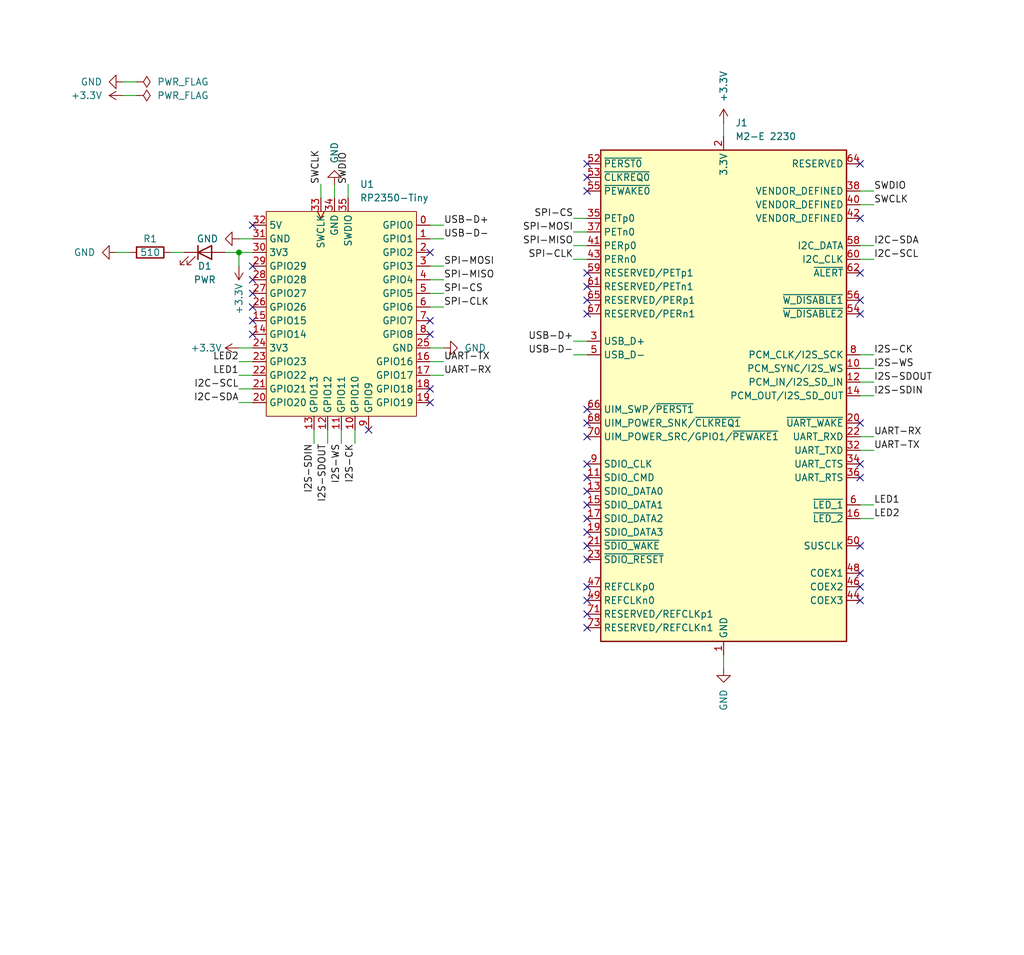
<source format=kicad_sch>
(kicad_sch
	(version 20250114)
	(generator "eeschema")
	(generator_version "9.0")
	(uuid "324b224a-2a7b-4a27-b1e0-3a62470c6d8e")
	(paper "User" 190.5 177.8)
	(title_block
		(title "CARDSPANSION-RPI")
		(date "2025-08-29")
		(rev "REV0")
	)
	(lib_symbols
		(symbol "Connector:Bus_M.2_Socket_E"
			(exclude_from_sim no)
			(in_bom yes)
			(on_board yes)
			(property "Reference" "J"
				(at -22.86 46.99 0)
				(effects
					(font
						(size 1.27 1.27)
					)
					(justify left)
				)
			)
			(property "Value" "Bus_M.2_Socket_E"
				(at 16.51 46.99 0)
				(effects
					(font
						(size 1.27 1.27)
					)
				)
			)
			(property "Footprint" ""
				(at 0 26.67 0)
				(effects
					(font
						(size 1.27 1.27)
					)
					(hide yes)
				)
			)
			(property "Datasheet" "https://web.archive.org/web/20200613074028/http://read.pudn.com/downloads794/doc/project/3133918/PCIe_M.2_Electromechanical_Spec_Rev1.0_Final_11012013_RS_Clean.pdf#page=150"
				(at 0 12.7 0)
				(effects
					(font
						(size 1.27 1.27)
					)
					(hide yes)
				)
			)
			(property "Description" "M.2 Socket 1-SD Mechanical Key E"
				(at 0 0 0)
				(effects
					(font
						(size 1.27 1.27)
					)
					(hide yes)
				)
			)
			(property "ki_keywords" "M2 NGNF PCI-E"
				(at 0 0 0)
				(effects
					(font
						(size 1.27 1.27)
					)
					(hide yes)
				)
			)
			(property "ki_fp_filters" "*M*2*E*"
				(at 0 0 0)
				(effects
					(font
						(size 1.27 1.27)
					)
					(hide yes)
				)
			)
			(symbol "Bus_M.2_Socket_E_0_1"
				(rectangle
					(start -22.86 45.72)
					(end 22.86 -45.72)
					(stroke
						(width 0.254)
						(type default)
					)
					(fill
						(type background)
					)
				)
			)
			(symbol "Bus_M.2_Socket_E_1_1"
				(pin output line
					(at -25.4 43.18 0)
					(length 2.54)
					(name "~{PERST0}"
						(effects
							(font
								(size 1.27 1.27)
							)
						)
					)
					(number "52"
						(effects
							(font
								(size 1.27 1.27)
							)
						)
					)
				)
				(pin bidirectional line
					(at -25.4 40.64 0)
					(length 2.54)
					(name "~{CLKREQ0}"
						(effects
							(font
								(size 1.27 1.27)
							)
						)
					)
					(number "53"
						(effects
							(font
								(size 1.27 1.27)
							)
						)
					)
				)
				(pin bidirectional line
					(at -25.4 38.1 0)
					(length 2.54)
					(name "~{PEWAKE0}"
						(effects
							(font
								(size 1.27 1.27)
							)
						)
					)
					(number "55"
						(effects
							(font
								(size 1.27 1.27)
							)
						)
					)
				)
				(pin output line
					(at -25.4 33.02 0)
					(length 2.54)
					(name "PETp0"
						(effects
							(font
								(size 1.27 1.27)
							)
						)
					)
					(number "35"
						(effects
							(font
								(size 1.27 1.27)
							)
						)
					)
				)
				(pin output line
					(at -25.4 30.48 0)
					(length 2.54)
					(name "PETn0"
						(effects
							(font
								(size 1.27 1.27)
							)
						)
					)
					(number "37"
						(effects
							(font
								(size 1.27 1.27)
							)
						)
					)
				)
				(pin input line
					(at -25.4 27.94 0)
					(length 2.54)
					(name "PERp0"
						(effects
							(font
								(size 1.27 1.27)
							)
						)
					)
					(number "41"
						(effects
							(font
								(size 1.27 1.27)
							)
						)
					)
				)
				(pin input line
					(at -25.4 25.4 0)
					(length 2.54)
					(name "PERn0"
						(effects
							(font
								(size 1.27 1.27)
							)
						)
					)
					(number "43"
						(effects
							(font
								(size 1.27 1.27)
							)
						)
					)
				)
				(pin output line
					(at -25.4 22.86 0)
					(length 2.54)
					(name "RESERVED/PETp1"
						(effects
							(font
								(size 1.27 1.27)
							)
						)
					)
					(number "59"
						(effects
							(font
								(size 1.27 1.27)
							)
						)
					)
				)
				(pin output line
					(at -25.4 20.32 0)
					(length 2.54)
					(name "RESERVED/PETn1"
						(effects
							(font
								(size 1.27 1.27)
							)
						)
					)
					(number "61"
						(effects
							(font
								(size 1.27 1.27)
							)
						)
					)
				)
				(pin input line
					(at -25.4 17.78 0)
					(length 2.54)
					(name "RESERVED/PERp1"
						(effects
							(font
								(size 1.27 1.27)
							)
						)
					)
					(number "65"
						(effects
							(font
								(size 1.27 1.27)
							)
						)
					)
				)
				(pin input line
					(at -25.4 15.24 0)
					(length 2.54)
					(name "RESERVED/PERn1"
						(effects
							(font
								(size 1.27 1.27)
							)
						)
					)
					(number "67"
						(effects
							(font
								(size 1.27 1.27)
							)
						)
					)
				)
				(pin bidirectional line
					(at -25.4 10.16 0)
					(length 2.54)
					(name "USB_D+"
						(effects
							(font
								(size 1.27 1.27)
							)
						)
					)
					(number "3"
						(effects
							(font
								(size 1.27 1.27)
							)
						)
					)
				)
				(pin bidirectional line
					(at -25.4 7.62 0)
					(length 2.54)
					(name "USB_D-"
						(effects
							(font
								(size 1.27 1.27)
							)
						)
					)
					(number "5"
						(effects
							(font
								(size 1.27 1.27)
							)
						)
					)
				)
				(pin output line
					(at -25.4 -2.54 0)
					(length 2.54)
					(name "UIM_SWP/~{PERST1}"
						(effects
							(font
								(size 1.27 1.27)
							)
						)
					)
					(number "66"
						(effects
							(font
								(size 1.27 1.27)
							)
						)
					)
				)
				(pin bidirectional line
					(at -25.4 -5.08 0)
					(length 2.54)
					(name "UIM_POWER_SNK/~{CLKREQ1}"
						(effects
							(font
								(size 1.27 1.27)
							)
						)
					)
					(number "68"
						(effects
							(font
								(size 1.27 1.27)
							)
						)
					)
				)
				(pin bidirectional line
					(at -25.4 -7.62 0)
					(length 2.54)
					(name "UIM_POWER_SRC/GPIO1/~{PEWAKE1}"
						(effects
							(font
								(size 1.27 1.27)
							)
						)
					)
					(number "70"
						(effects
							(font
								(size 1.27 1.27)
							)
						)
					)
				)
				(pin output line
					(at -25.4 -12.7 0)
					(length 2.54)
					(name "SDIO_CLK"
						(effects
							(font
								(size 1.27 1.27)
							)
						)
					)
					(number "9"
						(effects
							(font
								(size 1.27 1.27)
							)
						)
					)
				)
				(pin bidirectional line
					(at -25.4 -15.24 0)
					(length 2.54)
					(name "SDIO_CMD"
						(effects
							(font
								(size 1.27 1.27)
							)
						)
					)
					(number "11"
						(effects
							(font
								(size 1.27 1.27)
							)
						)
					)
				)
				(pin bidirectional line
					(at -25.4 -17.78 0)
					(length 2.54)
					(name "SDIO_DATA0"
						(effects
							(font
								(size 1.27 1.27)
							)
						)
					)
					(number "13"
						(effects
							(font
								(size 1.27 1.27)
							)
						)
					)
				)
				(pin bidirectional line
					(at -25.4 -20.32 0)
					(length 2.54)
					(name "SDIO_DATA1"
						(effects
							(font
								(size 1.27 1.27)
							)
						)
					)
					(number "15"
						(effects
							(font
								(size 1.27 1.27)
							)
						)
					)
				)
				(pin bidirectional line
					(at -25.4 -22.86 0)
					(length 2.54)
					(name "SDIO_DATA2"
						(effects
							(font
								(size 1.27 1.27)
							)
						)
					)
					(number "17"
						(effects
							(font
								(size 1.27 1.27)
							)
						)
					)
				)
				(pin bidirectional line
					(at -25.4 -25.4 0)
					(length 2.54)
					(name "SDIO_DATA3"
						(effects
							(font
								(size 1.27 1.27)
							)
						)
					)
					(number "19"
						(effects
							(font
								(size 1.27 1.27)
							)
						)
					)
				)
				(pin input line
					(at -25.4 -27.94 0)
					(length 2.54)
					(name "~{SDIO_WAKE}"
						(effects
							(font
								(size 1.27 1.27)
							)
						)
					)
					(number "21"
						(effects
							(font
								(size 1.27 1.27)
							)
						)
					)
				)
				(pin output line
					(at -25.4 -30.48 0)
					(length 2.54)
					(name "~{SDIO_RESET}"
						(effects
							(font
								(size 1.27 1.27)
							)
						)
					)
					(number "23"
						(effects
							(font
								(size 1.27 1.27)
							)
						)
					)
				)
				(pin output line
					(at -25.4 -35.56 0)
					(length 2.54)
					(name "REFCLKp0"
						(effects
							(font
								(size 1.27 1.27)
							)
						)
					)
					(number "47"
						(effects
							(font
								(size 1.27 1.27)
							)
						)
					)
				)
				(pin output line
					(at -25.4 -38.1 0)
					(length 2.54)
					(name "REFCLKn0"
						(effects
							(font
								(size 1.27 1.27)
							)
						)
					)
					(number "49"
						(effects
							(font
								(size 1.27 1.27)
							)
						)
					)
				)
				(pin output line
					(at -25.4 -40.64 0)
					(length 2.54)
					(name "RESERVED/REFCLKp1"
						(effects
							(font
								(size 1.27 1.27)
							)
						)
					)
					(number "71"
						(effects
							(font
								(size 1.27 1.27)
							)
						)
					)
				)
				(pin output line
					(at -25.4 -43.18 0)
					(length 2.54)
					(name "RESERVED/REFCLKn1"
						(effects
							(font
								(size 1.27 1.27)
							)
						)
					)
					(number "73"
						(effects
							(font
								(size 1.27 1.27)
							)
						)
					)
				)
				(pin power_in line
					(at 0 48.26 270)
					(length 2.54)
					(name "3.3V"
						(effects
							(font
								(size 1.27 1.27)
							)
						)
					)
					(number "2"
						(effects
							(font
								(size 1.27 1.27)
							)
						)
					)
				)
				(pin passive line
					(at 0 48.26 270)
					(length 2.54)
					(hide yes)
					(name "3.3V"
						(effects
							(font
								(size 1.27 1.27)
							)
						)
					)
					(number "4"
						(effects
							(font
								(size 1.27 1.27)
							)
						)
					)
				)
				(pin passive line
					(at 0 48.26 270)
					(length 2.54)
					(hide yes)
					(name "3.3V"
						(effects
							(font
								(size 1.27 1.27)
							)
						)
					)
					(number "72"
						(effects
							(font
								(size 1.27 1.27)
							)
						)
					)
				)
				(pin passive line
					(at 0 48.26 270)
					(length 2.54)
					(hide yes)
					(name "3.3V"
						(effects
							(font
								(size 1.27 1.27)
							)
						)
					)
					(number "74"
						(effects
							(font
								(size 1.27 1.27)
							)
						)
					)
				)
				(pin power_in line
					(at 0 -48.26 90)
					(length 2.54)
					(name "GND"
						(effects
							(font
								(size 1.27 1.27)
							)
						)
					)
					(number "1"
						(effects
							(font
								(size 1.27 1.27)
							)
						)
					)
				)
				(pin passive line
					(at 0 -48.26 90)
					(length 2.54)
					(hide yes)
					(name "GND"
						(effects
							(font
								(size 1.27 1.27)
							)
						)
					)
					(number "18"
						(effects
							(font
								(size 1.27 1.27)
							)
						)
					)
				)
				(pin passive line
					(at 0 -48.26 90)
					(length 2.54)
					(hide yes)
					(name "GND"
						(effects
							(font
								(size 1.27 1.27)
							)
						)
					)
					(number "33"
						(effects
							(font
								(size 1.27 1.27)
							)
						)
					)
				)
				(pin passive line
					(at 0 -48.26 90)
					(length 2.54)
					(hide yes)
					(name "GND"
						(effects
							(font
								(size 1.27 1.27)
							)
						)
					)
					(number "39"
						(effects
							(font
								(size 1.27 1.27)
							)
						)
					)
				)
				(pin passive line
					(at 0 -48.26 90)
					(length 2.54)
					(hide yes)
					(name "GND"
						(effects
							(font
								(size 1.27 1.27)
							)
						)
					)
					(number "45"
						(effects
							(font
								(size 1.27 1.27)
							)
						)
					)
				)
				(pin passive line
					(at 0 -48.26 90)
					(length 2.54)
					(hide yes)
					(name "GND"
						(effects
							(font
								(size 1.27 1.27)
							)
						)
					)
					(number "51"
						(effects
							(font
								(size 1.27 1.27)
							)
						)
					)
				)
				(pin passive line
					(at 0 -48.26 90)
					(length 2.54)
					(hide yes)
					(name "GND"
						(effects
							(font
								(size 1.27 1.27)
							)
						)
					)
					(number "57"
						(effects
							(font
								(size 1.27 1.27)
							)
						)
					)
				)
				(pin passive line
					(at 0 -48.26 90)
					(length 2.54)
					(hide yes)
					(name "GND"
						(effects
							(font
								(size 1.27 1.27)
							)
						)
					)
					(number "63"
						(effects
							(font
								(size 1.27 1.27)
							)
						)
					)
				)
				(pin passive line
					(at 0 -48.26 90)
					(length 2.54)
					(hide yes)
					(name "GND"
						(effects
							(font
								(size 1.27 1.27)
							)
						)
					)
					(number "69"
						(effects
							(font
								(size 1.27 1.27)
							)
						)
					)
				)
				(pin passive line
					(at 0 -48.26 90)
					(length 2.54)
					(hide yes)
					(name "GND"
						(effects
							(font
								(size 1.27 1.27)
							)
						)
					)
					(number "7"
						(effects
							(font
								(size 1.27 1.27)
							)
						)
					)
				)
				(pin passive line
					(at 0 -48.26 90)
					(length 2.54)
					(hide yes)
					(name "GND"
						(effects
							(font
								(size 1.27 1.27)
							)
						)
					)
					(number "75"
						(effects
							(font
								(size 1.27 1.27)
							)
						)
					)
				)
				(pin passive line
					(at 25.4 43.18 180)
					(length 2.54)
					(name "RESERVED"
						(effects
							(font
								(size 1.27 1.27)
							)
						)
					)
					(number "64"
						(effects
							(font
								(size 1.27 1.27)
							)
						)
					)
				)
				(pin passive line
					(at 25.4 38.1 180)
					(length 2.54)
					(name "VENDOR_DEFINED"
						(effects
							(font
								(size 1.27 1.27)
							)
						)
					)
					(number "38"
						(effects
							(font
								(size 1.27 1.27)
							)
						)
					)
				)
				(pin passive line
					(at 25.4 35.56 180)
					(length 2.54)
					(name "VENDOR_DEFINED"
						(effects
							(font
								(size 1.27 1.27)
							)
						)
					)
					(number "40"
						(effects
							(font
								(size 1.27 1.27)
							)
						)
					)
				)
				(pin passive line
					(at 25.4 33.02 180)
					(length 2.54)
					(name "VENDOR_DEFINED"
						(effects
							(font
								(size 1.27 1.27)
							)
						)
					)
					(number "42"
						(effects
							(font
								(size 1.27 1.27)
							)
						)
					)
				)
				(pin bidirectional line
					(at 25.4 27.94 180)
					(length 2.54)
					(name "I2C_DATA"
						(effects
							(font
								(size 1.27 1.27)
							)
						)
					)
					(number "58"
						(effects
							(font
								(size 1.27 1.27)
							)
						)
					)
				)
				(pin output line
					(at 25.4 25.4 180)
					(length 2.54)
					(name "I2C_CLK"
						(effects
							(font
								(size 1.27 1.27)
							)
						)
					)
					(number "60"
						(effects
							(font
								(size 1.27 1.27)
							)
						)
					)
				)
				(pin input line
					(at 25.4 22.86 180)
					(length 2.54)
					(name "~{ALERT}"
						(effects
							(font
								(size 1.27 1.27)
							)
						)
					)
					(number "62"
						(effects
							(font
								(size 1.27 1.27)
							)
						)
					)
				)
				(pin output line
					(at 25.4 17.78 180)
					(length 2.54)
					(name "~{W_DISABLE1}"
						(effects
							(font
								(size 1.27 1.27)
							)
						)
					)
					(number "56"
						(effects
							(font
								(size 1.27 1.27)
							)
						)
					)
				)
				(pin output line
					(at 25.4 15.24 180)
					(length 2.54)
					(name "~{W_DISABLE2}"
						(effects
							(font
								(size 1.27 1.27)
							)
						)
					)
					(number "54"
						(effects
							(font
								(size 1.27 1.27)
							)
						)
					)
				)
				(pin bidirectional line
					(at 25.4 7.62 180)
					(length 2.54)
					(name "PCM_CLK/I2S_SCK"
						(effects
							(font
								(size 1.27 1.27)
							)
						)
					)
					(number "8"
						(effects
							(font
								(size 1.27 1.27)
							)
						)
					)
				)
				(pin bidirectional line
					(at 25.4 5.08 180)
					(length 2.54)
					(name "PCM_SYNC/I2S_WS"
						(effects
							(font
								(size 1.27 1.27)
							)
						)
					)
					(number "10"
						(effects
							(font
								(size 1.27 1.27)
							)
						)
					)
				)
				(pin input line
					(at 25.4 2.54 180)
					(length 2.54)
					(name "PCM_IN/I2S_SD_IN"
						(effects
							(font
								(size 1.27 1.27)
							)
						)
					)
					(number "12"
						(effects
							(font
								(size 1.27 1.27)
							)
						)
					)
				)
				(pin output line
					(at 25.4 0 180)
					(length 2.54)
					(name "PCM_OUT/I2S_SD_OUT"
						(effects
							(font
								(size 1.27 1.27)
							)
						)
					)
					(number "14"
						(effects
							(font
								(size 1.27 1.27)
							)
						)
					)
				)
				(pin input line
					(at 25.4 -5.08 180)
					(length 2.54)
					(name "~{UART_WAKE}"
						(effects
							(font
								(size 1.27 1.27)
							)
						)
					)
					(number "20"
						(effects
							(font
								(size 1.27 1.27)
							)
						)
					)
				)
				(pin input line
					(at 25.4 -7.62 180)
					(length 2.54)
					(name "UART_RXD"
						(effects
							(font
								(size 1.27 1.27)
							)
						)
					)
					(number "22"
						(effects
							(font
								(size 1.27 1.27)
							)
						)
					)
				)
				(pin output line
					(at 25.4 -10.16 180)
					(length 2.54)
					(name "UART_TXD"
						(effects
							(font
								(size 1.27 1.27)
							)
						)
					)
					(number "32"
						(effects
							(font
								(size 1.27 1.27)
							)
						)
					)
				)
				(pin input line
					(at 25.4 -12.7 180)
					(length 2.54)
					(name "UART_CTS"
						(effects
							(font
								(size 1.27 1.27)
							)
						)
					)
					(number "34"
						(effects
							(font
								(size 1.27 1.27)
							)
						)
					)
				)
				(pin output line
					(at 25.4 -15.24 180)
					(length 2.54)
					(name "UART_RTS"
						(effects
							(font
								(size 1.27 1.27)
							)
						)
					)
					(number "36"
						(effects
							(font
								(size 1.27 1.27)
							)
						)
					)
				)
				(pin open_collector line
					(at 25.4 -20.32 180)
					(length 2.54)
					(name "~{LED_1}"
						(effects
							(font
								(size 1.27 1.27)
							)
						)
					)
					(number "6"
						(effects
							(font
								(size 1.27 1.27)
							)
						)
					)
				)
				(pin open_collector line
					(at 25.4 -22.86 180)
					(length 2.54)
					(name "~{LED_2}"
						(effects
							(font
								(size 1.27 1.27)
							)
						)
					)
					(number "16"
						(effects
							(font
								(size 1.27 1.27)
							)
						)
					)
				)
				(pin output line
					(at 25.4 -27.94 180)
					(length 2.54)
					(name "SUSCLK"
						(effects
							(font
								(size 1.27 1.27)
							)
						)
					)
					(number "50"
						(effects
							(font
								(size 1.27 1.27)
							)
						)
					)
				)
				(pin bidirectional line
					(at 25.4 -33.02 180)
					(length 2.54)
					(name "COEX1"
						(effects
							(font
								(size 1.27 1.27)
							)
						)
					)
					(number "48"
						(effects
							(font
								(size 1.27 1.27)
							)
						)
					)
				)
				(pin bidirectional line
					(at 25.4 -35.56 180)
					(length 2.54)
					(name "COEX2"
						(effects
							(font
								(size 1.27 1.27)
							)
						)
					)
					(number "46"
						(effects
							(font
								(size 1.27 1.27)
							)
						)
					)
				)
				(pin bidirectional line
					(at 25.4 -38.1 180)
					(length 2.54)
					(name "COEX3"
						(effects
							(font
								(size 1.27 1.27)
							)
						)
					)
					(number "44"
						(effects
							(font
								(size 1.27 1.27)
							)
						)
					)
				)
			)
			(embedded_fonts no)
		)
		(symbol "Device:LED"
			(pin_numbers
				(hide yes)
			)
			(pin_names
				(offset 1.016)
				(hide yes)
			)
			(exclude_from_sim no)
			(in_bom yes)
			(on_board yes)
			(property "Reference" "D"
				(at 0 2.54 0)
				(effects
					(font
						(size 1.27 1.27)
					)
				)
			)
			(property "Value" "LED"
				(at 0 -2.54 0)
				(effects
					(font
						(size 1.27 1.27)
					)
				)
			)
			(property "Footprint" ""
				(at 0 0 0)
				(effects
					(font
						(size 1.27 1.27)
					)
					(hide yes)
				)
			)
			(property "Datasheet" "~"
				(at 0 0 0)
				(effects
					(font
						(size 1.27 1.27)
					)
					(hide yes)
				)
			)
			(property "Description" "Light emitting diode"
				(at 0 0 0)
				(effects
					(font
						(size 1.27 1.27)
					)
					(hide yes)
				)
			)
			(property "Sim.Pins" "1=K 2=A"
				(at 0 0 0)
				(effects
					(font
						(size 1.27 1.27)
					)
					(hide yes)
				)
			)
			(property "ki_keywords" "LED diode"
				(at 0 0 0)
				(effects
					(font
						(size 1.27 1.27)
					)
					(hide yes)
				)
			)
			(property "ki_fp_filters" "LED* LED_SMD:* LED_THT:*"
				(at 0 0 0)
				(effects
					(font
						(size 1.27 1.27)
					)
					(hide yes)
				)
			)
			(symbol "LED_0_1"
				(polyline
					(pts
						(xy -3.048 -0.762) (xy -4.572 -2.286) (xy -3.81 -2.286) (xy -4.572 -2.286) (xy -4.572 -1.524)
					)
					(stroke
						(width 0)
						(type default)
					)
					(fill
						(type none)
					)
				)
				(polyline
					(pts
						(xy -1.778 -0.762) (xy -3.302 -2.286) (xy -2.54 -2.286) (xy -3.302 -2.286) (xy -3.302 -1.524)
					)
					(stroke
						(width 0)
						(type default)
					)
					(fill
						(type none)
					)
				)
				(polyline
					(pts
						(xy -1.27 0) (xy 1.27 0)
					)
					(stroke
						(width 0)
						(type default)
					)
					(fill
						(type none)
					)
				)
				(polyline
					(pts
						(xy -1.27 -1.27) (xy -1.27 1.27)
					)
					(stroke
						(width 0.254)
						(type default)
					)
					(fill
						(type none)
					)
				)
				(polyline
					(pts
						(xy 1.27 -1.27) (xy 1.27 1.27) (xy -1.27 0) (xy 1.27 -1.27)
					)
					(stroke
						(width 0.254)
						(type default)
					)
					(fill
						(type none)
					)
				)
			)
			(symbol "LED_1_1"
				(pin passive line
					(at -3.81 0 0)
					(length 2.54)
					(name "K"
						(effects
							(font
								(size 1.27 1.27)
							)
						)
					)
					(number "1"
						(effects
							(font
								(size 1.27 1.27)
							)
						)
					)
				)
				(pin passive line
					(at 3.81 0 180)
					(length 2.54)
					(name "A"
						(effects
							(font
								(size 1.27 1.27)
							)
						)
					)
					(number "2"
						(effects
							(font
								(size 1.27 1.27)
							)
						)
					)
				)
			)
			(embedded_fonts no)
		)
		(symbol "Device:R"
			(pin_numbers
				(hide yes)
			)
			(pin_names
				(offset 0)
			)
			(exclude_from_sim no)
			(in_bom yes)
			(on_board yes)
			(property "Reference" "R"
				(at 2.032 0 90)
				(effects
					(font
						(size 1.27 1.27)
					)
				)
			)
			(property "Value" "R"
				(at 0 0 90)
				(effects
					(font
						(size 1.27 1.27)
					)
				)
			)
			(property "Footprint" ""
				(at -1.778 0 90)
				(effects
					(font
						(size 1.27 1.27)
					)
					(hide yes)
				)
			)
			(property "Datasheet" "~"
				(at 0 0 0)
				(effects
					(font
						(size 1.27 1.27)
					)
					(hide yes)
				)
			)
			(property "Description" "Resistor"
				(at 0 0 0)
				(effects
					(font
						(size 1.27 1.27)
					)
					(hide yes)
				)
			)
			(property "ki_keywords" "R res resistor"
				(at 0 0 0)
				(effects
					(font
						(size 1.27 1.27)
					)
					(hide yes)
				)
			)
			(property "ki_fp_filters" "R_*"
				(at 0 0 0)
				(effects
					(font
						(size 1.27 1.27)
					)
					(hide yes)
				)
			)
			(symbol "R_0_1"
				(rectangle
					(start -1.016 -2.54)
					(end 1.016 2.54)
					(stroke
						(width 0.254)
						(type default)
					)
					(fill
						(type none)
					)
				)
			)
			(symbol "R_1_1"
				(pin passive line
					(at 0 3.81 270)
					(length 1.27)
					(name "~"
						(effects
							(font
								(size 1.27 1.27)
							)
						)
					)
					(number "1"
						(effects
							(font
								(size 1.27 1.27)
							)
						)
					)
				)
				(pin passive line
					(at 0 -3.81 90)
					(length 1.27)
					(name "~"
						(effects
							(font
								(size 1.27 1.27)
							)
						)
					)
					(number "2"
						(effects
							(font
								(size 1.27 1.27)
							)
						)
					)
				)
			)
			(embedded_fonts no)
		)
		(symbol "RP2350-Tiny:RP2350-Tiny"
			(exclude_from_sim no)
			(in_bom yes)
			(on_board yes)
			(property "Reference" "U"
				(at -2.54 3.302 0)
				(effects
					(font
						(size 1.27 1.27)
					)
					(justify left)
				)
			)
			(property "Value" "RP2350-Tiny"
				(at -2.54 1.27 0)
				(effects
					(font
						(size 1.27 1.27)
					)
					(justify left)
				)
			)
			(property "Footprint" "RP2350-Tiny:RP2350-Tiny"
				(at 0 0 0)
				(effects
					(font
						(size 1.27 1.27)
					)
					(hide yes)
				)
			)
			(property "Datasheet" ""
				(at 0 0 0)
				(effects
					(font
						(size 1.27 1.27)
					)
					(hide yes)
				)
			)
			(property "Description" ""
				(at 0 0 0)
				(effects
					(font
						(size 1.27 1.27)
					)
					(hide yes)
				)
			)
			(symbol "RP2350-Tiny_1_1"
				(rectangle
					(start 0 0)
					(end 27.94 -38.1)
					(stroke
						(width 0)
						(type solid)
					)
					(fill
						(type background)
					)
				)
				(pin power_in line
					(at -2.54 -2.54 0)
					(length 2.54)
					(name "5V"
						(effects
							(font
								(size 1.27 1.27)
							)
						)
					)
					(number "32"
						(effects
							(font
								(size 1.27 1.27)
							)
						)
					)
				)
				(pin power_in line
					(at -2.54 -5.08 0)
					(length 2.54)
					(name "GND"
						(effects
							(font
								(size 1.27 1.27)
							)
						)
					)
					(number "31"
						(effects
							(font
								(size 1.27 1.27)
							)
						)
					)
				)
				(pin power_in line
					(at -2.54 -7.62 0)
					(length 2.54)
					(name "3V3"
						(effects
							(font
								(size 1.27 1.27)
							)
						)
					)
					(number "30"
						(effects
							(font
								(size 1.27 1.27)
							)
						)
					)
				)
				(pin bidirectional line
					(at -2.54 -10.16 0)
					(length 2.54)
					(name "GPIO29"
						(effects
							(font
								(size 1.27 1.27)
							)
						)
					)
					(number "29"
						(effects
							(font
								(size 1.27 1.27)
							)
						)
					)
				)
				(pin bidirectional line
					(at -2.54 -12.7 0)
					(length 2.54)
					(name "GPIO28"
						(effects
							(font
								(size 1.27 1.27)
							)
						)
					)
					(number "28"
						(effects
							(font
								(size 1.27 1.27)
							)
						)
					)
				)
				(pin bidirectional line
					(at -2.54 -15.24 0)
					(length 2.54)
					(name "GPIO27"
						(effects
							(font
								(size 1.27 1.27)
							)
						)
					)
					(number "27"
						(effects
							(font
								(size 1.27 1.27)
							)
						)
					)
				)
				(pin bidirectional line
					(at -2.54 -17.78 0)
					(length 2.54)
					(name "GPIO26"
						(effects
							(font
								(size 1.27 1.27)
							)
						)
					)
					(number "26"
						(effects
							(font
								(size 1.27 1.27)
							)
						)
					)
				)
				(pin bidirectional line
					(at -2.54 -20.32 0)
					(length 2.54)
					(name "GPIO15"
						(effects
							(font
								(size 1.27 1.27)
							)
						)
					)
					(number "15"
						(effects
							(font
								(size 1.27 1.27)
							)
						)
					)
				)
				(pin bidirectional line
					(at -2.54 -22.86 0)
					(length 2.54)
					(name "GPIO14"
						(effects
							(font
								(size 1.27 1.27)
							)
						)
					)
					(number "14"
						(effects
							(font
								(size 1.27 1.27)
							)
						)
					)
				)
				(pin power_in line
					(at -2.54 -25.4 0)
					(length 2.54)
					(name "3V3"
						(effects
							(font
								(size 1.27 1.27)
							)
						)
					)
					(number "24"
						(effects
							(font
								(size 1.27 1.27)
							)
						)
					)
				)
				(pin bidirectional line
					(at -2.54 -27.94 0)
					(length 2.54)
					(name "GPIO23"
						(effects
							(font
								(size 1.27 1.27)
							)
						)
					)
					(number "23"
						(effects
							(font
								(size 1.27 1.27)
							)
						)
					)
				)
				(pin bidirectional line
					(at -2.54 -30.48 0)
					(length 2.54)
					(name "GPIO22"
						(effects
							(font
								(size 1.27 1.27)
							)
						)
					)
					(number "22"
						(effects
							(font
								(size 1.27 1.27)
							)
						)
					)
				)
				(pin bidirectional line
					(at -2.54 -33.02 0)
					(length 2.54)
					(name "GPIO21"
						(effects
							(font
								(size 1.27 1.27)
							)
						)
					)
					(number "21"
						(effects
							(font
								(size 1.27 1.27)
							)
						)
					)
				)
				(pin bidirectional line
					(at -2.54 -35.56 0)
					(length 2.54)
					(name "GPIO20"
						(effects
							(font
								(size 1.27 1.27)
							)
						)
					)
					(number "20"
						(effects
							(font
								(size 1.27 1.27)
							)
						)
					)
				)
				(pin bidirectional line
					(at 8.89 -40.64 90)
					(length 2.54)
					(name "GPIO13"
						(effects
							(font
								(size 1.27 1.27)
							)
						)
					)
					(number "13"
						(effects
							(font
								(size 1.27 1.27)
							)
						)
					)
				)
				(pin bidirectional clock
					(at 10.16 2.54 270)
					(length 2.54)
					(name "SWCLK"
						(effects
							(font
								(size 1.27 1.27)
							)
						)
					)
					(number "33"
						(effects
							(font
								(size 1.27 1.27)
							)
						)
					)
				)
				(pin bidirectional line
					(at 11.43 -40.64 90)
					(length 2.54)
					(name "GPIO12"
						(effects
							(font
								(size 1.27 1.27)
							)
						)
					)
					(number "12"
						(effects
							(font
								(size 1.27 1.27)
							)
						)
					)
				)
				(pin power_in line
					(at 12.7 2.54 270)
					(length 2.54)
					(name "GND"
						(effects
							(font
								(size 1.27 1.27)
							)
						)
					)
					(number "34"
						(effects
							(font
								(size 1.27 1.27)
							)
						)
					)
				)
				(pin bidirectional line
					(at 13.97 -40.64 90)
					(length 2.54)
					(name "GPIO11"
						(effects
							(font
								(size 1.27 1.27)
							)
						)
					)
					(number "11"
						(effects
							(font
								(size 1.27 1.27)
							)
						)
					)
				)
				(pin bidirectional line
					(at 15.24 2.54 270)
					(length 2.54)
					(name "SWDIO"
						(effects
							(font
								(size 1.27 1.27)
							)
						)
					)
					(number "35"
						(effects
							(font
								(size 1.27 1.27)
							)
						)
					)
				)
				(pin bidirectional line
					(at 16.51 -40.64 90)
					(length 2.54)
					(name "GPIO10"
						(effects
							(font
								(size 1.27 1.27)
							)
						)
					)
					(number "10"
						(effects
							(font
								(size 1.27 1.27)
							)
						)
					)
				)
				(pin bidirectional line
					(at 19.05 -40.64 90)
					(length 2.54)
					(name "GPIO9"
						(effects
							(font
								(size 1.27 1.27)
							)
						)
					)
					(number "9"
						(effects
							(font
								(size 1.27 1.27)
							)
						)
					)
				)
				(pin bidirectional line
					(at 30.48 -2.54 180)
					(length 2.54)
					(name "GPIO0"
						(effects
							(font
								(size 1.27 1.27)
							)
						)
					)
					(number "0"
						(effects
							(font
								(size 1.27 1.27)
							)
						)
					)
				)
				(pin bidirectional line
					(at 30.48 -5.08 180)
					(length 2.54)
					(name "GPIO1"
						(effects
							(font
								(size 1.27 1.27)
							)
						)
					)
					(number "1"
						(effects
							(font
								(size 1.27 1.27)
							)
						)
					)
				)
				(pin bidirectional line
					(at 30.48 -7.62 180)
					(length 2.54)
					(name "GPIO2"
						(effects
							(font
								(size 1.27 1.27)
							)
						)
					)
					(number "2"
						(effects
							(font
								(size 1.27 1.27)
							)
						)
					)
				)
				(pin bidirectional line
					(at 30.48 -10.16 180)
					(length 2.54)
					(name "GPIO3"
						(effects
							(font
								(size 1.27 1.27)
							)
						)
					)
					(number "3"
						(effects
							(font
								(size 1.27 1.27)
							)
						)
					)
				)
				(pin bidirectional line
					(at 30.48 -12.7 180)
					(length 2.54)
					(name "GPIO4"
						(effects
							(font
								(size 1.27 1.27)
							)
						)
					)
					(number "4"
						(effects
							(font
								(size 1.27 1.27)
							)
						)
					)
				)
				(pin bidirectional line
					(at 30.48 -15.24 180)
					(length 2.54)
					(name "GPIO5"
						(effects
							(font
								(size 1.27 1.27)
							)
						)
					)
					(number "5"
						(effects
							(font
								(size 1.27 1.27)
							)
						)
					)
				)
				(pin bidirectional line
					(at 30.48 -17.78 180)
					(length 2.54)
					(name "GPIO6"
						(effects
							(font
								(size 1.27 1.27)
							)
						)
					)
					(number "6"
						(effects
							(font
								(size 1.27 1.27)
							)
						)
					)
				)
				(pin bidirectional line
					(at 30.48 -20.32 180)
					(length 2.54)
					(name "GPIO7"
						(effects
							(font
								(size 1.27 1.27)
							)
						)
					)
					(number "7"
						(effects
							(font
								(size 1.27 1.27)
							)
						)
					)
				)
				(pin bidirectional line
					(at 30.48 -22.86 180)
					(length 2.54)
					(name "GPIO8"
						(effects
							(font
								(size 1.27 1.27)
							)
						)
					)
					(number "8"
						(effects
							(font
								(size 1.27 1.27)
							)
						)
					)
				)
				(pin power_in line
					(at 30.48 -25.4 180)
					(length 2.54)
					(name "GND"
						(effects
							(font
								(size 1.27 1.27)
							)
						)
					)
					(number "25"
						(effects
							(font
								(size 1.27 1.27)
							)
						)
					)
				)
				(pin bidirectional line
					(at 30.48 -27.94 180)
					(length 2.54)
					(name "GPIO16"
						(effects
							(font
								(size 1.27 1.27)
							)
						)
					)
					(number "16"
						(effects
							(font
								(size 1.27 1.27)
							)
						)
					)
				)
				(pin bidirectional line
					(at 30.48 -30.48 180)
					(length 2.54)
					(name "GPIO17"
						(effects
							(font
								(size 1.27 1.27)
							)
						)
					)
					(number "17"
						(effects
							(font
								(size 1.27 1.27)
							)
						)
					)
				)
				(pin bidirectional line
					(at 30.48 -33.02 180)
					(length 2.54)
					(name "GPIO18"
						(effects
							(font
								(size 1.27 1.27)
							)
						)
					)
					(number "18"
						(effects
							(font
								(size 1.27 1.27)
							)
						)
					)
				)
				(pin bidirectional line
					(at 30.48 -35.56 180)
					(length 2.54)
					(name "GPIO19"
						(effects
							(font
								(size 1.27 1.27)
							)
						)
					)
					(number "19"
						(effects
							(font
								(size 1.27 1.27)
							)
						)
					)
				)
			)
			(embedded_fonts no)
		)
		(symbol "power:+3.3V"
			(power)
			(pin_numbers
				(hide yes)
			)
			(pin_names
				(offset 0)
				(hide yes)
			)
			(exclude_from_sim no)
			(in_bom yes)
			(on_board yes)
			(property "Reference" "#PWR"
				(at 0 -3.81 0)
				(effects
					(font
						(size 1.27 1.27)
					)
					(hide yes)
				)
			)
			(property "Value" "+3.3V"
				(at 0 3.556 0)
				(effects
					(font
						(size 1.27 1.27)
					)
				)
			)
			(property "Footprint" ""
				(at 0 0 0)
				(effects
					(font
						(size 1.27 1.27)
					)
					(hide yes)
				)
			)
			(property "Datasheet" ""
				(at 0 0 0)
				(effects
					(font
						(size 1.27 1.27)
					)
					(hide yes)
				)
			)
			(property "Description" "Power symbol creates a global label with name \"+3.3V\""
				(at 0 0 0)
				(effects
					(font
						(size 1.27 1.27)
					)
					(hide yes)
				)
			)
			(property "ki_keywords" "global power"
				(at 0 0 0)
				(effects
					(font
						(size 1.27 1.27)
					)
					(hide yes)
				)
			)
			(symbol "+3.3V_0_1"
				(polyline
					(pts
						(xy -0.762 1.27) (xy 0 2.54)
					)
					(stroke
						(width 0)
						(type default)
					)
					(fill
						(type none)
					)
				)
				(polyline
					(pts
						(xy 0 2.54) (xy 0.762 1.27)
					)
					(stroke
						(width 0)
						(type default)
					)
					(fill
						(type none)
					)
				)
				(polyline
					(pts
						(xy 0 0) (xy 0 2.54)
					)
					(stroke
						(width 0)
						(type default)
					)
					(fill
						(type none)
					)
				)
			)
			(symbol "+3.3V_1_1"
				(pin power_in line
					(at 0 0 90)
					(length 0)
					(name "~"
						(effects
							(font
								(size 1.27 1.27)
							)
						)
					)
					(number "1"
						(effects
							(font
								(size 1.27 1.27)
							)
						)
					)
				)
			)
			(embedded_fonts no)
		)
		(symbol "power:GND"
			(power)
			(pin_numbers
				(hide yes)
			)
			(pin_names
				(offset 0)
				(hide yes)
			)
			(exclude_from_sim no)
			(in_bom yes)
			(on_board yes)
			(property "Reference" "#PWR"
				(at 0 -6.35 0)
				(effects
					(font
						(size 1.27 1.27)
					)
					(hide yes)
				)
			)
			(property "Value" "GND"
				(at 0 -3.81 0)
				(effects
					(font
						(size 1.27 1.27)
					)
				)
			)
			(property "Footprint" ""
				(at 0 0 0)
				(effects
					(font
						(size 1.27 1.27)
					)
					(hide yes)
				)
			)
			(property "Datasheet" ""
				(at 0 0 0)
				(effects
					(font
						(size 1.27 1.27)
					)
					(hide yes)
				)
			)
			(property "Description" "Power symbol creates a global label with name \"GND\" , ground"
				(at 0 0 0)
				(effects
					(font
						(size 1.27 1.27)
					)
					(hide yes)
				)
			)
			(property "ki_keywords" "global power"
				(at 0 0 0)
				(effects
					(font
						(size 1.27 1.27)
					)
					(hide yes)
				)
			)
			(symbol "GND_0_1"
				(polyline
					(pts
						(xy 0 0) (xy 0 -1.27) (xy 1.27 -1.27) (xy 0 -2.54) (xy -1.27 -1.27) (xy 0 -1.27)
					)
					(stroke
						(width 0)
						(type default)
					)
					(fill
						(type none)
					)
				)
			)
			(symbol "GND_1_1"
				(pin power_in line
					(at 0 0 270)
					(length 0)
					(name "~"
						(effects
							(font
								(size 1.27 1.27)
							)
						)
					)
					(number "1"
						(effects
							(font
								(size 1.27 1.27)
							)
						)
					)
				)
			)
			(embedded_fonts no)
		)
		(symbol "power:PWR_FLAG"
			(power)
			(pin_numbers
				(hide yes)
			)
			(pin_names
				(offset 0)
				(hide yes)
			)
			(exclude_from_sim no)
			(in_bom yes)
			(on_board yes)
			(property "Reference" "#FLG"
				(at 0 1.905 0)
				(effects
					(font
						(size 1.27 1.27)
					)
					(hide yes)
				)
			)
			(property "Value" "PWR_FLAG"
				(at 0 3.81 0)
				(effects
					(font
						(size 1.27 1.27)
					)
				)
			)
			(property "Footprint" ""
				(at 0 0 0)
				(effects
					(font
						(size 1.27 1.27)
					)
					(hide yes)
				)
			)
			(property "Datasheet" "~"
				(at 0 0 0)
				(effects
					(font
						(size 1.27 1.27)
					)
					(hide yes)
				)
			)
			(property "Description" "Special symbol for telling ERC where power comes from"
				(at 0 0 0)
				(effects
					(font
						(size 1.27 1.27)
					)
					(hide yes)
				)
			)
			(property "ki_keywords" "flag power"
				(at 0 0 0)
				(effects
					(font
						(size 1.27 1.27)
					)
					(hide yes)
				)
			)
			(symbol "PWR_FLAG_0_0"
				(pin power_out line
					(at 0 0 90)
					(length 0)
					(name "~"
						(effects
							(font
								(size 1.27 1.27)
							)
						)
					)
					(number "1"
						(effects
							(font
								(size 1.27 1.27)
							)
						)
					)
				)
			)
			(symbol "PWR_FLAG_0_1"
				(polyline
					(pts
						(xy 0 0) (xy 0 1.27) (xy -1.016 1.905) (xy 0 2.54) (xy 1.016 1.905) (xy 0 1.27)
					)
					(stroke
						(width 0)
						(type default)
					)
					(fill
						(type none)
					)
				)
			)
			(embedded_fonts no)
		)
	)
	(junction
		(at 44.45 46.99)
		(diameter 0)
		(color 0 0 0 0)
		(uuid "1ff5d6f2-cdf7-427f-96fa-47a8410a56fc")
	)
	(no_connect
		(at 109.22 53.34)
		(uuid "02bad683-1675-4fd6-9ab7-8b0f1c2790c9")
	)
	(no_connect
		(at 160.02 55.88)
		(uuid "0f10fd8b-d693-48f2-aa11-ebc41891856e")
	)
	(no_connect
		(at 80.01 62.23)
		(uuid "0f37eadb-0fb1-4d87-829b-ea63ee90cca5")
	)
	(no_connect
		(at 109.22 76.2)
		(uuid "11886fdb-3bd6-41da-aef7-59e54c845bbe")
	)
	(no_connect
		(at 46.99 52.07)
		(uuid "12ff1d67-82ad-4f43-91f1-06fa4cd647e3")
	)
	(no_connect
		(at 109.22 78.74)
		(uuid "1fc380c3-e504-4a0e-8135-43e78d72ea22")
	)
	(no_connect
		(at 160.02 50.8)
		(uuid "28d646e1-a19a-491a-a711-a401eb4ef00c")
	)
	(no_connect
		(at 46.99 57.15)
		(uuid "35433d13-3f73-4fe7-9fe4-e27fda82108c")
	)
	(no_connect
		(at 46.99 59.69)
		(uuid "3c3bea8e-c5d6-4ed0-bb4e-452dfe986381")
	)
	(no_connect
		(at 109.22 104.14)
		(uuid "4126de09-33a5-4c24-9973-edfe89627ec6")
	)
	(no_connect
		(at 46.99 41.91)
		(uuid "42530ce1-43ca-476b-bc9c-2b99d004ff7b")
	)
	(no_connect
		(at 160.02 58.42)
		(uuid "42a0429f-7b3f-49fe-9df8-72942a090e87")
	)
	(no_connect
		(at 160.02 101.6)
		(uuid "4cfc29c9-de7c-4288-bee7-cba5f6b45ae3")
	)
	(no_connect
		(at 109.22 114.3)
		(uuid "4d7631ec-4374-4619-a979-07ee411c20f8")
	)
	(no_connect
		(at 109.22 109.22)
		(uuid "52026eba-9b6f-448d-b6df-833c481ed613")
	)
	(no_connect
		(at 109.22 88.9)
		(uuid "5c896df6-ac8f-4e14-8aca-8c9df48b5c63")
	)
	(no_connect
		(at 160.02 111.76)
		(uuid "61213eaf-4eb7-4853-ac98-700d01b3f0c4")
	)
	(no_connect
		(at 46.99 49.53)
		(uuid "617258d7-cbd0-486f-b97f-460a2cccace6")
	)
	(no_connect
		(at 109.22 91.44)
		(uuid "62bdb049-1310-4890-bb5e-4d3cda42a8c7")
	)
	(no_connect
		(at 109.22 55.88)
		(uuid "67e4a7c5-6e3d-40db-a88f-796c35e0f0cd")
	)
	(no_connect
		(at 109.22 99.06)
		(uuid "6db908d3-9f22-478b-b6c2-ddd0330c7d06")
	)
	(no_connect
		(at 109.22 93.98)
		(uuid "6efb93a4-2caf-4898-8dca-73f820599d00")
	)
	(no_connect
		(at 109.22 35.56)
		(uuid "70a01c56-e230-4021-9a41-bd7268115454")
	)
	(no_connect
		(at 160.02 106.68)
		(uuid "7eeaf25d-3520-4071-ade3-8e11aa361ad1")
	)
	(no_connect
		(at 109.22 116.84)
		(uuid "7f9b55b7-9bf1-4704-9944-30005b330af5")
	)
	(no_connect
		(at 160.02 30.48)
		(uuid "80033c73-0b77-4054-a237-6fcacc33f62f")
	)
	(no_connect
		(at 109.22 33.02)
		(uuid "8b22fa22-1e16-4694-bae6-5aead537a39d")
	)
	(no_connect
		(at 68.58 80.01)
		(uuid "8d15b5f3-083f-48ca-8b65-8daeaf19715b")
	)
	(no_connect
		(at 109.22 30.48)
		(uuid "926ae87c-de92-47bd-a05f-d8b8a5d131d9")
	)
	(no_connect
		(at 160.02 40.64)
		(uuid "928bc2bf-4444-4659-bdcb-c8d48658c6e7")
	)
	(no_connect
		(at 109.22 81.28)
		(uuid "9b526bd6-0ef2-476a-b532-7e97291dd6c8")
	)
	(no_connect
		(at 109.22 111.76)
		(uuid "9c4cfd16-1d51-46c7-a18c-d89de49260fe")
	)
	(no_connect
		(at 160.02 109.22)
		(uuid "9c8e92bd-97cc-415f-8391-fcbc6e4e0dba")
	)
	(no_connect
		(at 80.01 59.69)
		(uuid "a649de0f-718b-48c5-8990-d855bba4f03c")
	)
	(no_connect
		(at 160.02 86.36)
		(uuid "a9e73bb9-9d49-4ad0-b3e3-54210a42affd")
	)
	(no_connect
		(at 80.01 46.99)
		(uuid "b93b9fa9-6aff-4d61-8293-fe44a059b1af")
	)
	(no_connect
		(at 46.99 62.23)
		(uuid "c8d705a5-dc7f-422d-82de-49f545d915fa")
	)
	(no_connect
		(at 80.01 74.93)
		(uuid "ccc30af2-ee83-42ee-b384-ec9bf8f08340")
	)
	(no_connect
		(at 160.02 88.9)
		(uuid "cdb8d2c3-639b-4b6a-9925-56d9677c6bf9")
	)
	(no_connect
		(at 80.01 72.39)
		(uuid "d5f266af-e1dd-4c73-9811-c51281b779c4")
	)
	(no_connect
		(at 160.02 78.74)
		(uuid "e6677fd5-9266-4865-8655-a6eadab6a116")
	)
	(no_connect
		(at 109.22 101.6)
		(uuid "e6d50e28-53c0-4752-b8d6-934005aa4681")
	)
	(no_connect
		(at 46.99 54.61)
		(uuid "e8d72484-7dea-42e7-9af5-06a5adada0d9")
	)
	(no_connect
		(at 109.22 50.8)
		(uuid "ee80093a-7dea-46bc-b653-5a9940ecb588")
	)
	(no_connect
		(at 109.22 96.52)
		(uuid "f7ab28fd-1e08-49cc-92c0-2ce592dbf2c9")
	)
	(no_connect
		(at 109.22 58.42)
		(uuid "f84f1754-f016-4d98-a1cc-b7689823c027")
	)
	(no_connect
		(at 109.22 86.36)
		(uuid "fd2f63ac-d238-40e2-860c-5dc70c8b75ed")
	)
	(wire
		(pts
			(xy 160.02 81.28) (xy 162.56 81.28)
		)
		(stroke
			(width 0)
			(type default)
		)
		(uuid "06cc24a4-23a2-4e12-ba49-11e6d29ad89d")
	)
	(wire
		(pts
			(xy 58.42 80.01) (xy 58.42 82.55)
		)
		(stroke
			(width 0)
			(type default)
		)
		(uuid "0986ee6d-c5aa-4c8c-b08c-498e63a02a62")
	)
	(wire
		(pts
			(xy 160.02 45.72) (xy 162.56 45.72)
		)
		(stroke
			(width 0)
			(type default)
		)
		(uuid "0c34eeff-8275-4585-add4-d645c7159174")
	)
	(wire
		(pts
			(xy 160.02 73.66) (xy 162.56 73.66)
		)
		(stroke
			(width 0)
			(type default)
		)
		(uuid "0c374fec-688c-4f67-bb32-5c95f82c2608")
	)
	(wire
		(pts
			(xy 162.56 35.56) (xy 160.02 35.56)
		)
		(stroke
			(width 0)
			(type default)
		)
		(uuid "0fdbcb51-f01b-4a21-a960-843a96b0484d")
	)
	(wire
		(pts
			(xy 22.86 17.78) (xy 25.4 17.78)
		)
		(stroke
			(width 0)
			(type default)
		)
		(uuid "115bdf02-cab0-4152-b040-a0d2eb9faaa3")
	)
	(wire
		(pts
			(xy 109.22 63.5) (xy 106.68 63.5)
		)
		(stroke
			(width 0)
			(type default)
		)
		(uuid "17b9bb6b-9cfc-460f-850b-2dd38acaa542")
	)
	(wire
		(pts
			(xy 160.02 68.58) (xy 162.56 68.58)
		)
		(stroke
			(width 0)
			(type default)
		)
		(uuid "1fed32d7-1ba6-408d-997f-10f94bc8c770")
	)
	(wire
		(pts
			(xy 109.22 66.04) (xy 106.68 66.04)
		)
		(stroke
			(width 0)
			(type default)
		)
		(uuid "25ccd959-9acd-4518-8a85-49dc35017833")
	)
	(wire
		(pts
			(xy 80.01 52.07) (xy 82.55 52.07)
		)
		(stroke
			(width 0)
			(type default)
		)
		(uuid "2955bdd9-4e10-46b8-a75d-86e180a49781")
	)
	(wire
		(pts
			(xy 44.45 46.99) (xy 46.99 46.99)
		)
		(stroke
			(width 0)
			(type default)
		)
		(uuid "345adacc-f1f2-4722-ba87-448424abbc90")
	)
	(wire
		(pts
			(xy 44.45 74.93) (xy 46.99 74.93)
		)
		(stroke
			(width 0)
			(type default)
		)
		(uuid "3f56c945-0bd5-43a8-a263-60c545d5cd2e")
	)
	(wire
		(pts
			(xy 80.01 49.53) (xy 82.55 49.53)
		)
		(stroke
			(width 0)
			(type default)
		)
		(uuid "40fe0f67-011c-4a1b-9ec3-c2d4e1d100fc")
	)
	(wire
		(pts
			(xy 59.69 34.29) (xy 59.69 36.83)
		)
		(stroke
			(width 0)
			(type default)
		)
		(uuid "47fc7cf3-058d-45a8-bb83-30808f0ff0a3")
	)
	(wire
		(pts
			(xy 160.02 66.04) (xy 162.56 66.04)
		)
		(stroke
			(width 0)
			(type default)
		)
		(uuid "4969eb8c-cd47-4433-bbdd-deb79fa5d0ae")
	)
	(wire
		(pts
			(xy 109.22 48.26) (xy 106.68 48.26)
		)
		(stroke
			(width 0)
			(type default)
		)
		(uuid "4b1d19b3-81e8-409c-9785-ff1016ea7f51")
	)
	(wire
		(pts
			(xy 160.02 96.52) (xy 162.56 96.52)
		)
		(stroke
			(width 0)
			(type default)
		)
		(uuid "4c9a0868-4f35-47c7-aa90-7f4337cb0005")
	)
	(wire
		(pts
			(xy 160.02 83.82) (xy 162.56 83.82)
		)
		(stroke
			(width 0)
			(type default)
		)
		(uuid "4ce98e88-af90-4b20-b44d-01aa6e33aad2")
	)
	(wire
		(pts
			(xy 46.99 67.31) (xy 44.45 67.31)
		)
		(stroke
			(width 0)
			(type default)
		)
		(uuid "55348881-87ba-408e-8894-3fbd76fd9b05")
	)
	(wire
		(pts
			(xy 46.99 69.85) (xy 44.45 69.85)
		)
		(stroke
			(width 0)
			(type default)
		)
		(uuid "5b0986e2-cb3d-450b-9b9f-bd95e51a849f")
	)
	(wire
		(pts
			(xy 31.75 46.99) (xy 34.29 46.99)
		)
		(stroke
			(width 0)
			(type default)
		)
		(uuid "5b7373e7-62f5-4550-8d1a-d8aab5f166cf")
	)
	(wire
		(pts
			(xy 44.45 64.77) (xy 46.99 64.77)
		)
		(stroke
			(width 0)
			(type default)
		)
		(uuid "5e3457ca-47fe-456f-b33c-6b75fe4933cd")
	)
	(wire
		(pts
			(xy 109.22 43.18) (xy 106.68 43.18)
		)
		(stroke
			(width 0)
			(type default)
		)
		(uuid "5f1f828d-bfef-4e48-885d-0b1298137f27")
	)
	(wire
		(pts
			(xy 82.55 64.77) (xy 80.01 64.77)
		)
		(stroke
			(width 0)
			(type default)
		)
		(uuid "61212ff4-eb12-4ec2-97cc-331491814bb6")
	)
	(wire
		(pts
			(xy 80.01 67.31) (xy 82.55 67.31)
		)
		(stroke
			(width 0)
			(type default)
		)
		(uuid "6aefa620-0280-460b-844c-c5d69313428b")
	)
	(wire
		(pts
			(xy 80.01 44.45) (xy 82.55 44.45)
		)
		(stroke
			(width 0)
			(type default)
		)
		(uuid "703731b6-9c68-479b-88ef-014d2cb1da0f")
	)
	(wire
		(pts
			(xy 160.02 48.26) (xy 162.56 48.26)
		)
		(stroke
			(width 0)
			(type default)
		)
		(uuid "7121f473-410a-41cb-be88-0a76d4018d34")
	)
	(wire
		(pts
			(xy 80.01 57.15) (xy 82.55 57.15)
		)
		(stroke
			(width 0)
			(type default)
		)
		(uuid "7ef8f067-bd76-4674-a96c-c2c4d5abb19d")
	)
	(wire
		(pts
			(xy 66.04 80.01) (xy 66.04 82.55)
		)
		(stroke
			(width 0)
			(type default)
		)
		(uuid "872de77d-63e8-42e1-830e-41dc118f5cb8")
	)
	(wire
		(pts
			(xy 44.45 49.53) (xy 44.45 46.99)
		)
		(stroke
			(width 0)
			(type default)
		)
		(uuid "897feb0a-3e83-4170-8a7f-a56f18f296cc")
	)
	(wire
		(pts
			(xy 22.86 15.24) (xy 25.4 15.24)
		)
		(stroke
			(width 0)
			(type default)
		)
		(uuid "8aad453a-9b8c-49db-ba78-29741e5d94bc")
	)
	(wire
		(pts
			(xy 134.62 124.46) (xy 134.62 121.92)
		)
		(stroke
			(width 0)
			(type default)
		)
		(uuid "967cb32c-c830-4bd4-b280-e0a78e83c075")
	)
	(wire
		(pts
			(xy 80.01 69.85) (xy 82.55 69.85)
		)
		(stroke
			(width 0)
			(type default)
		)
		(uuid "9f0047fd-6281-45b0-9522-fc73152318de")
	)
	(wire
		(pts
			(xy 62.23 34.29) (xy 62.23 36.83)
		)
		(stroke
			(width 0)
			(type default)
		)
		(uuid "9fb668c3-5a7e-460c-be66-a263eb91e9f8")
	)
	(wire
		(pts
			(xy 80.01 54.61) (xy 82.55 54.61)
		)
		(stroke
			(width 0)
			(type default)
		)
		(uuid "a2faeb26-e36f-4ea7-acc1-6b80d2782b35")
	)
	(wire
		(pts
			(xy 44.45 44.45) (xy 46.99 44.45)
		)
		(stroke
			(width 0)
			(type default)
		)
		(uuid "b08937a9-7d4c-449e-b83d-c05d3c23f0e4")
	)
	(wire
		(pts
			(xy 160.02 93.98) (xy 162.56 93.98)
		)
		(stroke
			(width 0)
			(type default)
		)
		(uuid "ba6df62c-41ff-4377-9c54-2e7c141f92d6")
	)
	(wire
		(pts
			(xy 60.96 80.01) (xy 60.96 82.55)
		)
		(stroke
			(width 0)
			(type default)
		)
		(uuid "be60bbcc-4c9a-4f44-b2a4-a8d9644112aa")
	)
	(wire
		(pts
			(xy 41.91 46.99) (xy 44.45 46.99)
		)
		(stroke
			(width 0)
			(type default)
		)
		(uuid "c3e7a22c-033f-45c7-8eeb-6a93d51c09b3")
	)
	(wire
		(pts
			(xy 64.77 34.29) (xy 64.77 36.83)
		)
		(stroke
			(width 0)
			(type default)
		)
		(uuid "c53decf8-4a4c-48bf-8d36-fce139f35fe2")
	)
	(wire
		(pts
			(xy 21.59 46.99) (xy 24.13 46.99)
		)
		(stroke
			(width 0)
			(type default)
		)
		(uuid "c5f543a4-4c22-4e1c-a045-879f8781168d")
	)
	(wire
		(pts
			(xy 109.22 40.64) (xy 106.68 40.64)
		)
		(stroke
			(width 0)
			(type default)
		)
		(uuid "cde95622-ee2e-4bef-bc3d-5d1cfb5affbd")
	)
	(wire
		(pts
			(xy 80.01 41.91) (xy 82.55 41.91)
		)
		(stroke
			(width 0)
			(type default)
		)
		(uuid "d468b62b-00f8-4a56-b8a0-7f41ad0075d2")
	)
	(wire
		(pts
			(xy 44.45 72.39) (xy 46.99 72.39)
		)
		(stroke
			(width 0)
			(type default)
		)
		(uuid "d8f3e94e-abb7-45b0-a809-60a3aa3238d8")
	)
	(wire
		(pts
			(xy 109.22 45.72) (xy 106.68 45.72)
		)
		(stroke
			(width 0)
			(type default)
		)
		(uuid "e6b6d50e-4d49-4c7a-b0bb-cd2a2b9df60e")
	)
	(wire
		(pts
			(xy 134.62 22.86) (xy 134.62 25.4)
		)
		(stroke
			(width 0)
			(type default)
		)
		(uuid "ebd7c4e6-f125-4327-916b-c5eb5f4a771c")
	)
	(wire
		(pts
			(xy 160.02 71.12) (xy 162.56 71.12)
		)
		(stroke
			(width 0)
			(type default)
		)
		(uuid "f17ba2e9-1bd3-4d73-928c-731d45538606")
	)
	(wire
		(pts
			(xy 63.5 80.01) (xy 63.5 82.55)
		)
		(stroke
			(width 0)
			(type default)
		)
		(uuid "f99409c0-858f-48c3-b9f7-985995c0f09c")
	)
	(wire
		(pts
			(xy 162.56 38.1) (xy 160.02 38.1)
		)
		(stroke
			(width 0)
			(type default)
		)
		(uuid "ff980918-4d60-4e82-a754-46fc469a0708")
	)
	(label "SPI-MISO"
		(at 106.68 45.72 180)
		(effects
			(font
				(size 1.27 1.27)
			)
			(justify right bottom)
		)
		(uuid "0210d394-9f7d-424a-abce-c12b5f743c82")
	)
	(label "SPI-CS"
		(at 82.55 54.61 0)
		(effects
			(font
				(size 1.27 1.27)
			)
			(justify left bottom)
		)
		(uuid "06a64a54-e149-4923-9f83-86a5cc3b05fc")
	)
	(label "SPI-MOSI"
		(at 106.68 43.18 180)
		(effects
			(font
				(size 1.27 1.27)
			)
			(justify right bottom)
		)
		(uuid "085e0b4d-5576-47f6-921c-8680e8fc7dbd")
	)
	(label "UART-RX"
		(at 162.56 81.28 0)
		(effects
			(font
				(size 1.27 1.27)
			)
			(justify left bottom)
		)
		(uuid "0a8baa76-ee0e-442b-8547-31014c97285d")
	)
	(label "USB-D-"
		(at 82.55 44.45 0)
		(effects
			(font
				(size 1.27 1.27)
			)
			(justify left bottom)
		)
		(uuid "16169044-03a9-4a36-86df-1715a8b8fd10")
	)
	(label "SPI-CS"
		(at 106.68 40.64 180)
		(effects
			(font
				(size 1.27 1.27)
			)
			(justify right bottom)
		)
		(uuid "16b3fa77-871a-48b7-a9ac-2e76cb90ee05")
	)
	(label "I2S-WS"
		(at 63.5 82.55 270)
		(effects
			(font
				(size 1.27 1.27)
			)
			(justify right bottom)
		)
		(uuid "19671a66-975e-46f4-a45c-bdd22c2d8a4d")
	)
	(label "I2C-SCL"
		(at 162.56 48.26 0)
		(effects
			(font
				(size 1.27 1.27)
			)
			(justify left bottom)
		)
		(uuid "1c6b5b37-8615-4ac5-9eb9-a15bd7cea1b3")
	)
	(label "LED1"
		(at 44.45 69.85 180)
		(effects
			(font
				(size 1.27 1.27)
			)
			(justify right bottom)
		)
		(uuid "2cf5f289-b61c-4323-85ac-b78756b02b4b")
	)
	(label "USB-D-"
		(at 106.68 66.04 180)
		(effects
			(font
				(size 1.27 1.27)
			)
			(justify right bottom)
		)
		(uuid "3458a58f-43f6-4ec7-a0a5-7c4a113e5077")
	)
	(label "LED1"
		(at 162.56 93.98 0)
		(effects
			(font
				(size 1.27 1.27)
			)
			(justify left bottom)
		)
		(uuid "4df7a808-6d73-4900-8a54-2c85b6a03c8b")
	)
	(label "I2S-CK"
		(at 162.56 66.04 0)
		(effects
			(font
				(size 1.27 1.27)
			)
			(justify left bottom)
		)
		(uuid "4e0f3b20-04f3-496b-9478-88e37b863d5c")
	)
	(label "SPI-CLK"
		(at 106.68 48.26 180)
		(effects
			(font
				(size 1.27 1.27)
			)
			(justify right bottom)
		)
		(uuid "5207dc38-dbcf-4d86-9ed2-42a1109aa588")
	)
	(label "I2C-SDA"
		(at 162.56 45.72 0)
		(effects
			(font
				(size 1.27 1.27)
			)
			(justify left bottom)
		)
		(uuid "55157145-06e3-4cc4-993c-5c78d7f21faa")
	)
	(label "I2S-CK"
		(at 66.04 82.55 270)
		(effects
			(font
				(size 1.27 1.27)
			)
			(justify right bottom)
		)
		(uuid "557fc7a8-c4b3-43bd-9136-fff6f142ed54")
	)
	(label "SWDIO"
		(at 64.77 34.29 90)
		(effects
			(font
				(size 1.27 1.27)
			)
			(justify left bottom)
		)
		(uuid "5d30c23f-768f-4fb3-aaf3-24ba08529a3a")
	)
	(label "SPI-MOSI"
		(at 82.55 49.53 0)
		(effects
			(font
				(size 1.27 1.27)
			)
			(justify left bottom)
		)
		(uuid "60bfdac2-290b-4362-aa68-ea0699472fbe")
	)
	(label "I2C-SCL"
		(at 44.45 72.39 180)
		(effects
			(font
				(size 1.27 1.27)
			)
			(justify right bottom)
		)
		(uuid "65cb9699-563c-42d7-8fc1-9e46d896f40b")
	)
	(label "SPI-MISO"
		(at 82.55 52.07 0)
		(effects
			(font
				(size 1.27 1.27)
			)
			(justify left bottom)
		)
		(uuid "6881ff0d-7cfd-4436-9109-72859cbd5dda")
	)
	(label "LED2"
		(at 162.56 96.52 0)
		(effects
			(font
				(size 1.27 1.27)
			)
			(justify left bottom)
		)
		(uuid "695869d0-2b38-4c86-8d95-8cbf6750e899")
	)
	(label "I2S-SDIN"
		(at 162.56 73.66 0)
		(effects
			(font
				(size 1.27 1.27)
			)
			(justify left bottom)
		)
		(uuid "73fb5def-1725-47b4-899a-a8e1448e0848")
	)
	(label "I2S-SDOUT"
		(at 162.56 71.12 0)
		(effects
			(font
				(size 1.27 1.27)
			)
			(justify left bottom)
		)
		(uuid "8314a104-6e6e-44bd-bd93-c7558975973a")
	)
	(label "I2S-SDOUT"
		(at 60.96 82.55 270)
		(effects
			(font
				(size 1.27 1.27)
			)
			(justify right bottom)
		)
		(uuid "8542ee26-5209-4fcb-beab-10834fffc9ee")
	)
	(label "SWDIO"
		(at 162.56 35.56 0)
		(effects
			(font
				(size 1.27 1.27)
			)
			(justify left bottom)
		)
		(uuid "a429cc39-ba18-490c-bc46-ccbbe312c9e3")
	)
	(label "UART-TX"
		(at 162.56 83.82 0)
		(effects
			(font
				(size 1.27 1.27)
			)
			(justify left bottom)
		)
		(uuid "a8f1825e-a079-4138-8de8-7be2a88c7d6c")
	)
	(label "I2S-WS"
		(at 162.56 68.58 0)
		(effects
			(font
				(size 1.27 1.27)
			)
			(justify left bottom)
		)
		(uuid "b4cef2b2-b216-401b-9122-4ff89e2838ca")
	)
	(label "SWCLK"
		(at 59.69 34.29 90)
		(effects
			(font
				(size 1.27 1.27)
			)
			(justify left bottom)
		)
		(uuid "bb75d10f-b4ec-4c74-99f1-50228d54bd6c")
	)
	(label "USB-D+"
		(at 106.68 63.5 180)
		(effects
			(font
				(size 1.27 1.27)
			)
			(justify right bottom)
		)
		(uuid "c039713b-dd72-4d12-b9a1-bd1c2bb0575a")
	)
	(label "LED2"
		(at 44.45 67.31 180)
		(effects
			(font
				(size 1.27 1.27)
			)
			(justify right bottom)
		)
		(uuid "c44616c0-8ef7-4fe5-961a-d6b9bbe68e9b")
	)
	(label "UART-RX"
		(at 82.55 69.85 0)
		(effects
			(font
				(size 1.27 1.27)
			)
			(justify left bottom)
		)
		(uuid "c44dad52-6925-43a7-b691-add0d15a5cf9")
	)
	(label "SWCLK"
		(at 162.56 38.1 0)
		(effects
			(font
				(size 1.27 1.27)
			)
			(justify left bottom)
		)
		(uuid "c678b4eb-52c8-46ba-ae04-f3601602a898")
	)
	(label "I2S-SDIN"
		(at 58.42 82.55 270)
		(effects
			(font
				(size 1.27 1.27)
			)
			(justify right bottom)
		)
		(uuid "caaa3736-6195-4313-8fb5-53a1637e1fbf")
	)
	(label "USB-D+"
		(at 82.55 41.91 0)
		(effects
			(font
				(size 1.27 1.27)
			)
			(justify left bottom)
		)
		(uuid "cfabd83e-6b1f-42a4-a508-326a3aa29504")
	)
	(label "UART-TX"
		(at 82.55 67.31 0)
		(effects
			(font
				(size 1.27 1.27)
			)
			(justify left bottom)
		)
		(uuid "e78ce4ce-9d87-4931-8d99-80b456e17fa2")
	)
	(label "I2C-SDA"
		(at 44.45 74.93 180)
		(effects
			(font
				(size 1.27 1.27)
			)
			(justify right bottom)
		)
		(uuid "efab48ac-98a9-4e84-addc-37af8f880497")
	)
	(label "SPI-CLK"
		(at 82.55 57.15 0)
		(effects
			(font
				(size 1.27 1.27)
			)
			(justify left bottom)
		)
		(uuid "f06885aa-8ca0-43d6-8b14-e65aab810633")
	)
	(symbol
		(lib_id "power:+3.3V")
		(at 44.45 64.77 90)
		(unit 1)
		(exclude_from_sim no)
		(in_bom yes)
		(on_board yes)
		(dnp no)
		(uuid "0033bedc-5ece-4a20-8815-de60742905bc")
		(property "Reference" "#PWR08"
			(at 48.26 64.77 0)
			(effects
				(font
					(size 1.27 1.27)
				)
				(hide yes)
			)
		)
		(property "Value" "+3.3V"
			(at 38.354 64.77 90)
			(effects
				(font
					(size 1.27 1.27)
				)
			)
		)
		(property "Footprint" ""
			(at 44.45 64.77 0)
			(effects
				(font
					(size 1.27 1.27)
				)
				(hide yes)
			)
		)
		(property "Datasheet" ""
			(at 44.45 64.77 0)
			(effects
				(font
					(size 1.27 1.27)
				)
				(hide yes)
			)
		)
		(property "Description" "Power symbol creates a global label with name \"+3.3V\""
			(at 44.45 64.77 0)
			(effects
				(font
					(size 1.27 1.27)
				)
				(hide yes)
			)
		)
		(pin "1"
			(uuid "80ac5118-af8f-4439-93c3-5022519d9234")
		)
		(instances
			(project "cardspansion-rpi"
				(path "/324b224a-2a7b-4a27-b1e0-3a62470c6d8e"
					(reference "#PWR08")
					(unit 1)
				)
			)
		)
	)
	(symbol
		(lib_id "power:GND")
		(at 82.55 64.77 90)
		(unit 1)
		(exclude_from_sim no)
		(in_bom yes)
		(on_board yes)
		(dnp no)
		(fields_autoplaced yes)
		(uuid "3730094e-d6a7-4f33-acb7-944f5d9e1942")
		(property "Reference" "#PWR09"
			(at 88.9 64.77 0)
			(effects
				(font
					(size 1.27 1.27)
				)
				(hide yes)
			)
		)
		(property "Value" "GND"
			(at 86.36 64.7701 90)
			(effects
				(font
					(size 1.27 1.27)
				)
				(justify right)
			)
		)
		(property "Footprint" ""
			(at 82.55 64.77 0)
			(effects
				(font
					(size 1.27 1.27)
				)
				(hide yes)
			)
		)
		(property "Datasheet" ""
			(at 82.55 64.77 0)
			(effects
				(font
					(size 1.27 1.27)
				)
				(hide yes)
			)
		)
		(property "Description" "Power symbol creates a global label with name \"GND\" , ground"
			(at 82.55 64.77 0)
			(effects
				(font
					(size 1.27 1.27)
				)
				(hide yes)
			)
		)
		(pin "1"
			(uuid "00338f8c-4f8b-4d48-9a30-6750742757e2")
		)
		(instances
			(project "cardspansion-rpi"
				(path "/324b224a-2a7b-4a27-b1e0-3a62470c6d8e"
					(reference "#PWR09")
					(unit 1)
				)
			)
		)
	)
	(symbol
		(lib_id "Device:R")
		(at 27.94 46.99 90)
		(unit 1)
		(exclude_from_sim no)
		(in_bom yes)
		(on_board yes)
		(dnp no)
		(uuid "37ccff18-f7dc-49da-bc98-230cb12480c8")
		(property "Reference" "R1"
			(at 27.94 44.45 90)
			(effects
				(font
					(size 1.27 1.27)
				)
			)
		)
		(property "Value" "510"
			(at 27.94 46.99 90)
			(effects
				(font
					(size 1.27 1.27)
				)
			)
		)
		(property "Footprint" "Resistor_SMD:R_0805_2012Metric"
			(at 27.94 48.768 90)
			(effects
				(font
					(size 1.27 1.27)
				)
				(hide yes)
			)
		)
		(property "Datasheet" "~"
			(at 27.94 46.99 0)
			(effects
				(font
					(size 1.27 1.27)
				)
				(hide yes)
			)
		)
		(property "Description" "Resistor"
			(at 27.94 46.99 0)
			(effects
				(font
					(size 1.27 1.27)
				)
				(hide yes)
			)
		)
		(pin "1"
			(uuid "b428a8ee-2489-4b83-a470-d8b70fdeb370")
		)
		(pin "2"
			(uuid "e1120401-96af-444a-8d58-eda14b976f6f")
		)
		(instances
			(project ""
				(path "/324b224a-2a7b-4a27-b1e0-3a62470c6d8e"
					(reference "R1")
					(unit 1)
				)
			)
		)
	)
	(symbol
		(lib_id "power:PWR_FLAG")
		(at 25.4 17.78 270)
		(unit 1)
		(exclude_from_sim no)
		(in_bom yes)
		(on_board yes)
		(dnp no)
		(fields_autoplaced yes)
		(uuid "38418063-a9cd-453f-838e-35a0aa6c7d93")
		(property "Reference" "#FLG02"
			(at 27.305 17.78 0)
			(effects
				(font
					(size 1.27 1.27)
				)
				(hide yes)
			)
		)
		(property "Value" "PWR_FLAG"
			(at 29.21 17.7799 90)
			(effects
				(font
					(size 1.27 1.27)
				)
				(justify left)
			)
		)
		(property "Footprint" ""
			(at 25.4 17.78 0)
			(effects
				(font
					(size 1.27 1.27)
				)
				(hide yes)
			)
		)
		(property "Datasheet" "~"
			(at 25.4 17.78 0)
			(effects
				(font
					(size 1.27 1.27)
				)
				(hide yes)
			)
		)
		(property "Description" "Special symbol for telling ERC where power comes from"
			(at 25.4 17.78 0)
			(effects
				(font
					(size 1.27 1.27)
				)
				(hide yes)
			)
		)
		(pin "1"
			(uuid "31df5877-20c2-4f16-b362-5cab47de5307")
		)
		(instances
			(project "cardspansion-rpi"
				(path "/324b224a-2a7b-4a27-b1e0-3a62470c6d8e"
					(reference "#FLG02")
					(unit 1)
				)
			)
		)
	)
	(symbol
		(lib_id "power:+3.3V")
		(at 22.86 17.78 90)
		(unit 1)
		(exclude_from_sim no)
		(in_bom yes)
		(on_board yes)
		(dnp no)
		(fields_autoplaced yes)
		(uuid "53cb6444-06f3-4fa3-ae76-3b89e77a6721")
		(property "Reference" "#PWR06"
			(at 26.67 17.78 0)
			(effects
				(font
					(size 1.27 1.27)
				)
				(hide yes)
			)
		)
		(property "Value" "+3.3V"
			(at 19.05 17.7799 90)
			(effects
				(font
					(size 1.27 1.27)
				)
				(justify left)
			)
		)
		(property "Footprint" ""
			(at 22.86 17.78 0)
			(effects
				(font
					(size 1.27 1.27)
				)
				(hide yes)
			)
		)
		(property "Datasheet" ""
			(at 22.86 17.78 0)
			(effects
				(font
					(size 1.27 1.27)
				)
				(hide yes)
			)
		)
		(property "Description" "Power symbol creates a global label with name \"+3.3V\""
			(at 22.86 17.78 0)
			(effects
				(font
					(size 1.27 1.27)
				)
				(hide yes)
			)
		)
		(pin "1"
			(uuid "0903aef3-11e3-4203-bdb7-905180408c62")
		)
		(instances
			(project "cardspansion-rpi"
				(path "/324b224a-2a7b-4a27-b1e0-3a62470c6d8e"
					(reference "#PWR06")
					(unit 1)
				)
			)
		)
	)
	(symbol
		(lib_id "power:GND")
		(at 134.62 124.46 0)
		(unit 1)
		(exclude_from_sim no)
		(in_bom yes)
		(on_board yes)
		(dnp no)
		(fields_autoplaced yes)
		(uuid "54dddbcd-d8dc-47a0-a775-55328b2b3043")
		(property "Reference" "#PWR04"
			(at 134.62 130.81 0)
			(effects
				(font
					(size 1.27 1.27)
				)
				(hide yes)
			)
		)
		(property "Value" "GND"
			(at 134.6199 128.27 90)
			(effects
				(font
					(size 1.27 1.27)
				)
				(justify right)
			)
		)
		(property "Footprint" ""
			(at 134.62 124.46 0)
			(effects
				(font
					(size 1.27 1.27)
				)
				(hide yes)
			)
		)
		(property "Datasheet" ""
			(at 134.62 124.46 0)
			(effects
				(font
					(size 1.27 1.27)
				)
				(hide yes)
			)
		)
		(property "Description" "Power symbol creates a global label with name \"GND\" , ground"
			(at 134.62 124.46 0)
			(effects
				(font
					(size 1.27 1.27)
				)
				(hide yes)
			)
		)
		(pin "1"
			(uuid "0aaa9bcb-fa61-4a9a-b521-7bb1475c08d5")
		)
		(instances
			(project "cardspansion-rpi"
				(path "/324b224a-2a7b-4a27-b1e0-3a62470c6d8e"
					(reference "#PWR04")
					(unit 1)
				)
			)
		)
	)
	(symbol
		(lib_id "power:GND")
		(at 22.86 15.24 270)
		(unit 1)
		(exclude_from_sim no)
		(in_bom yes)
		(on_board yes)
		(dnp no)
		(fields_autoplaced yes)
		(uuid "5955d127-a115-4608-b822-c881bed8edc9")
		(property "Reference" "#PWR05"
			(at 16.51 15.24 0)
			(effects
				(font
					(size 1.27 1.27)
				)
				(hide yes)
			)
		)
		(property "Value" "GND"
			(at 19.05 15.2399 90)
			(effects
				(font
					(size 1.27 1.27)
				)
				(justify right)
			)
		)
		(property "Footprint" ""
			(at 22.86 15.24 0)
			(effects
				(font
					(size 1.27 1.27)
				)
				(hide yes)
			)
		)
		(property "Datasheet" ""
			(at 22.86 15.24 0)
			(effects
				(font
					(size 1.27 1.27)
				)
				(hide yes)
			)
		)
		(property "Description" "Power symbol creates a global label with name \"GND\" , ground"
			(at 22.86 15.24 0)
			(effects
				(font
					(size 1.27 1.27)
				)
				(hide yes)
			)
		)
		(pin "1"
			(uuid "8f7abcdc-33e1-4c86-b7aa-12b308e90d15")
		)
		(instances
			(project "cardspansion-rpi"
				(path "/324b224a-2a7b-4a27-b1e0-3a62470c6d8e"
					(reference "#PWR05")
					(unit 1)
				)
			)
		)
	)
	(symbol
		(lib_id "Connector:Bus_M.2_Socket_E")
		(at 134.62 73.66 0)
		(unit 1)
		(exclude_from_sim no)
		(in_bom yes)
		(on_board yes)
		(dnp no)
		(fields_autoplaced yes)
		(uuid "67caaa49-f1c9-4793-85fa-b9f8ac234685")
		(property "Reference" "J1"
			(at 136.7633 22.86 0)
			(effects
				(font
					(size 1.27 1.27)
				)
				(justify left)
			)
		)
		(property "Value" "M2-E 2230"
			(at 136.7633 25.4 0)
			(effects
				(font
					(size 1.27 1.27)
				)
				(justify left)
			)
		)
		(property "Footprint" "M2-2230-E:M2-2230-E"
			(at 134.62 46.99 0)
			(effects
				(font
					(size 1.27 1.27)
				)
				(hide yes)
			)
		)
		(property "Datasheet" "https://web.archive.org/web/20200613074028/http://read.pudn.com/downloads794/doc/project/3133918/PCIe_M.2_Electromechanical_Spec_Rev1.0_Final_11012013_RS_Clean.pdf#page=150"
			(at 134.62 60.96 0)
			(effects
				(font
					(size 1.27 1.27)
				)
				(hide yes)
			)
		)
		(property "Description" "M.2 Socket 1-SD Mechanical Key E"
			(at 134.62 73.66 0)
			(effects
				(font
					(size 1.27 1.27)
				)
				(hide yes)
			)
		)
		(pin "55"
			(uuid "61e1781e-3d40-4710-8ec6-2e2202b1127b")
		)
		(pin "43"
			(uuid "a7712d0d-d417-4674-8692-5340b7ca7964")
		)
		(pin "53"
			(uuid "9f2e984c-9992-418f-8caa-4ba21c7732ab")
		)
		(pin "35"
			(uuid "f0973d32-f7a8-4c90-b720-b6feca8105f6")
		)
		(pin "13"
			(uuid "f0c325be-62a9-4e07-a810-567310cb27b4")
		)
		(pin "68"
			(uuid "04382b55-c4e8-4f97-8348-bc723848fb1f")
		)
		(pin "52"
			(uuid "28083a7a-1207-4088-8203-a432fb8c799a")
		)
		(pin "41"
			(uuid "a5750ba6-f427-4aa9-9a6b-c206a8abb53f")
		)
		(pin "37"
			(uuid "d7708612-78cb-4f8d-8b4c-4c3a42be97c9")
		)
		(pin "3"
			(uuid "12f8fec6-58a9-440e-bb6f-4bf198dc6ad4")
		)
		(pin "61"
			(uuid "032c5c59-894b-4f49-8a42-bc8133008b55")
		)
		(pin "5"
			(uuid "f1cf081e-2b55-4e1d-9b40-9f49c049882c")
		)
		(pin "66"
			(uuid "3a8ec44c-1e39-4e2e-bd51-9d030a9b72bf")
		)
		(pin "65"
			(uuid "bc20e69f-d025-4b5a-846b-85744e8d4ffe")
		)
		(pin "70"
			(uuid "419f49e9-a79b-42cd-84fd-66103670d577")
		)
		(pin "9"
			(uuid "582c7f7c-2232-44bc-ad6c-7b3a203ff34d")
		)
		(pin "11"
			(uuid "9a64fb62-02a9-4034-99af-56d322b47ceb")
		)
		(pin "67"
			(uuid "4f548fa3-462c-4059-aeeb-661dc6976c74")
		)
		(pin "15"
			(uuid "431aef43-5e41-4c92-9c2e-e28082836959")
		)
		(pin "59"
			(uuid "90a17e6b-ec3d-41fe-8f86-54ac14b2de6f")
		)
		(pin "19"
			(uuid "4f8c9dd1-1301-4799-b830-62510d3b4611")
		)
		(pin "21"
			(uuid "e254c7ee-c50e-4b1d-aa1b-b75250c5c664")
		)
		(pin "23"
			(uuid "839f77c2-a81c-4774-9d93-3ae2b7b7e936")
		)
		(pin "49"
			(uuid "4bdfd68f-aef1-4b2c-9977-3e4543473d3c")
		)
		(pin "71"
			(uuid "e68af448-50c4-4ebf-84c7-bfd5b1378278")
		)
		(pin "73"
			(uuid "a99a6547-3c36-43a2-9a05-5e9f7027d752")
		)
		(pin "17"
			(uuid "a9804900-45d8-4419-ae47-c6c66f8799d2")
		)
		(pin "47"
			(uuid "e588c8d3-cb04-4c68-a374-6dbdbde37ac1")
		)
		(pin "2"
			(uuid "9ea559e7-fa7b-4e36-814e-cb1ac6575cce")
		)
		(pin "4"
			(uuid "a97bc4b3-2ddc-420d-a344-db11ffed80a0")
		)
		(pin "72"
			(uuid "c2c66690-d7d6-4815-95f3-ce23f6c52e6c")
		)
		(pin "74"
			(uuid "177ea841-73a0-4900-81ae-a5ea60b09c18")
		)
		(pin "58"
			(uuid "d6c22f2c-cff9-464c-8704-541456d433ac")
		)
		(pin "40"
			(uuid "e9546b48-0c9c-4d83-8e10-2b092dda730f")
		)
		(pin "51"
			(uuid "ad6c216c-8d40-4432-b022-4c4265b4ccfd")
		)
		(pin "39"
			(uuid "9044bdcf-3155-4707-bd23-332b015e0015")
		)
		(pin "57"
			(uuid "7f9dd014-a240-4c8a-9c26-8c51722abdce")
		)
		(pin "33"
			(uuid "d8644b7a-8890-44a1-95e1-837ccd9e1291")
		)
		(pin "1"
			(uuid "6adf6eea-ce50-4ec7-9d9a-27905f8936d9")
		)
		(pin "18"
			(uuid "d030df21-5808-4560-b0e6-f60d8ba56dba")
		)
		(pin "7"
			(uuid "e04e4353-f8e3-4382-9324-d2c48f250afe")
		)
		(pin "75"
			(uuid "e8593003-0616-4755-883f-53199870ce46")
		)
		(pin "63"
			(uuid "047752f2-bbdd-4ad5-8ede-645b4ee04f38")
		)
		(pin "64"
			(uuid "b0024365-1b83-49b3-81c2-4f7637e321c3")
		)
		(pin "34"
			(uuid "02c3dacb-ba21-4709-b6dc-bec406dfd317")
		)
		(pin "42"
			(uuid "8fc1f672-17e5-4add-82a5-b868462415a0")
		)
		(pin "45"
			(uuid "a66c340d-2296-4774-b206-72d2f41bbe59")
		)
		(pin "69"
			(uuid "6e123d59-1599-435c-813b-ef69be342281")
		)
		(pin "56"
			(uuid "427ee856-7184-476b-a3e2-6134eb1c62ca")
		)
		(pin "38"
			(uuid "7392fc96-b231-4b5a-bf7d-bf0b9014e545")
		)
		(pin "22"
			(uuid "9ec31812-8fd8-417b-8155-d73d247321bc")
		)
		(pin "12"
			(uuid "db283289-a3e7-47bb-a0bc-f7ec31b65cb5")
		)
		(pin "20"
			(uuid "8ae052a6-a6e9-43bf-b11c-be1de033d24e")
		)
		(pin "8"
			(uuid "30a2409d-9509-4a5a-9938-f59f6c9e5e58")
		)
		(pin "10"
			(uuid "d5ea34dc-dacb-4f5d-b763-ee565b44a5d6")
		)
		(pin "60"
			(uuid "73c8eaf8-b047-44e0-aea3-2ec74b9ff690")
		)
		(pin "32"
			(uuid "adae3122-9756-4fb5-8e83-447dd52b2f5d")
		)
		(pin "44"
			(uuid "2e0b8947-f0fb-4852-ac17-88c241b49239")
		)
		(pin "48"
			(uuid "42bf9bb1-c449-40bd-895d-8a80f973fba8")
		)
		(pin "14"
			(uuid "fd9b962e-46f2-4866-8185-bdd6bf8dd573")
		)
		(pin "46"
			(uuid "43fe4319-5a7d-44fb-88d9-889a6aeb0185")
		)
		(pin "62"
			(uuid "9294e7a1-61e9-4512-b368-e1b42120a470")
		)
		(pin "54"
			(uuid "92412db1-5377-49bf-a8ac-947dbe1bb685")
		)
		(pin "36"
			(uuid "c7f6a776-9241-4731-8711-bc82a76cda7a")
		)
		(pin "6"
			(uuid "ea0602e2-6fc1-4b9b-807c-f373e602f3a3")
		)
		(pin "50"
			(uuid "89698b5e-9f48-4e59-9f57-df08151aff89")
		)
		(pin "16"
			(uuid "8a1a35a2-24bd-44bc-9b19-43c0e87a7e17")
		)
		(instances
			(project ""
				(path "/324b224a-2a7b-4a27-b1e0-3a62470c6d8e"
					(reference "J1")
					(unit 1)
				)
			)
		)
	)
	(symbol
		(lib_id "power:GND")
		(at 44.45 44.45 270)
		(unit 1)
		(exclude_from_sim no)
		(in_bom yes)
		(on_board yes)
		(dnp no)
		(fields_autoplaced yes)
		(uuid "6ee4dcb8-1047-4f4c-81f2-b19feea15c15")
		(property "Reference" "#PWR01"
			(at 38.1 44.45 0)
			(effects
				(font
					(size 1.27 1.27)
				)
				(hide yes)
			)
		)
		(property "Value" "GND"
			(at 40.64 44.4499 90)
			(effects
				(font
					(size 1.27 1.27)
				)
				(justify right)
			)
		)
		(property "Footprint" ""
			(at 44.45 44.45 0)
			(effects
				(font
					(size 1.27 1.27)
				)
				(hide yes)
			)
		)
		(property "Datasheet" ""
			(at 44.45 44.45 0)
			(effects
				(font
					(size 1.27 1.27)
				)
				(hide yes)
			)
		)
		(property "Description" "Power symbol creates a global label with name \"GND\" , ground"
			(at 44.45 44.45 0)
			(effects
				(font
					(size 1.27 1.27)
				)
				(hide yes)
			)
		)
		(pin "1"
			(uuid "aee3036c-ee5e-4840-9c32-e7b7041ac444")
		)
		(instances
			(project ""
				(path "/324b224a-2a7b-4a27-b1e0-3a62470c6d8e"
					(reference "#PWR01")
					(unit 1)
				)
			)
		)
	)
	(symbol
		(lib_id "power:+3.3V")
		(at 134.62 22.86 0)
		(unit 1)
		(exclude_from_sim no)
		(in_bom yes)
		(on_board yes)
		(dnp no)
		(fields_autoplaced yes)
		(uuid "7c3d6952-2883-4795-ad00-d20d20b1f059")
		(property "Reference" "#PWR03"
			(at 134.62 26.67 0)
			(effects
				(font
					(size 1.27 1.27)
				)
				(hide yes)
			)
		)
		(property "Value" "+3.3V"
			(at 134.6201 19.05 90)
			(effects
				(font
					(size 1.27 1.27)
				)
				(justify left)
			)
		)
		(property "Footprint" ""
			(at 134.62 22.86 0)
			(effects
				(font
					(size 1.27 1.27)
				)
				(hide yes)
			)
		)
		(property "Datasheet" ""
			(at 134.62 22.86 0)
			(effects
				(font
					(size 1.27 1.27)
				)
				(hide yes)
			)
		)
		(property "Description" "Power symbol creates a global label with name \"+3.3V\""
			(at 134.62 22.86 0)
			(effects
				(font
					(size 1.27 1.27)
				)
				(hide yes)
			)
		)
		(pin "1"
			(uuid "a6877fa0-81c5-4906-b696-83488d4d42e4")
		)
		(instances
			(project "cardspansion-rpi"
				(path "/324b224a-2a7b-4a27-b1e0-3a62470c6d8e"
					(reference "#PWR03")
					(unit 1)
				)
			)
		)
	)
	(symbol
		(lib_id "power:GND")
		(at 62.23 34.29 180)
		(unit 1)
		(exclude_from_sim no)
		(in_bom yes)
		(on_board yes)
		(dnp no)
		(fields_autoplaced yes)
		(uuid "977ae231-88e0-4682-a67d-c6760a434e44")
		(property "Reference" "#PWR010"
			(at 62.23 27.94 0)
			(effects
				(font
					(size 1.27 1.27)
				)
				(hide yes)
			)
		)
		(property "Value" "GND"
			(at 62.2301 30.48 90)
			(effects
				(font
					(size 1.27 1.27)
				)
				(justify right)
			)
		)
		(property "Footprint" ""
			(at 62.23 34.29 0)
			(effects
				(font
					(size 1.27 1.27)
				)
				(hide yes)
			)
		)
		(property "Datasheet" ""
			(at 62.23 34.29 0)
			(effects
				(font
					(size 1.27 1.27)
				)
				(hide yes)
			)
		)
		(property "Description" "Power symbol creates a global label with name \"GND\" , ground"
			(at 62.23 34.29 0)
			(effects
				(font
					(size 1.27 1.27)
				)
				(hide yes)
			)
		)
		(pin "1"
			(uuid "36d8adb3-f334-40f8-8015-ee8473e293ba")
		)
		(instances
			(project "cardspansion-rpi"
				(path "/324b224a-2a7b-4a27-b1e0-3a62470c6d8e"
					(reference "#PWR010")
					(unit 1)
				)
			)
		)
	)
	(symbol
		(lib_id "power:PWR_FLAG")
		(at 25.4 15.24 270)
		(unit 1)
		(exclude_from_sim no)
		(in_bom yes)
		(on_board yes)
		(dnp no)
		(fields_autoplaced yes)
		(uuid "a5b61e1a-7609-4a92-a6d5-507c7bf39a1c")
		(property "Reference" "#FLG01"
			(at 27.305 15.24 0)
			(effects
				(font
					(size 1.27 1.27)
				)
				(hide yes)
			)
		)
		(property "Value" "PWR_FLAG"
			(at 29.21 15.2399 90)
			(effects
				(font
					(size 1.27 1.27)
				)
				(justify left)
			)
		)
		(property "Footprint" ""
			(at 25.4 15.24 0)
			(effects
				(font
					(size 1.27 1.27)
				)
				(hide yes)
			)
		)
		(property "Datasheet" "~"
			(at 25.4 15.24 0)
			(effects
				(font
					(size 1.27 1.27)
				)
				(hide yes)
			)
		)
		(property "Description" "Special symbol for telling ERC where power comes from"
			(at 25.4 15.24 0)
			(effects
				(font
					(size 1.27 1.27)
				)
				(hide yes)
			)
		)
		(pin "1"
			(uuid "64ceb643-832c-4e9f-996c-f2c41a906792")
		)
		(instances
			(project ""
				(path "/324b224a-2a7b-4a27-b1e0-3a62470c6d8e"
					(reference "#FLG01")
					(unit 1)
				)
			)
		)
	)
	(symbol
		(lib_id "power:+3.3V")
		(at 44.45 49.53 180)
		(unit 1)
		(exclude_from_sim no)
		(in_bom yes)
		(on_board yes)
		(dnp no)
		(uuid "b51e81db-de3f-46cc-b3db-7303d7e0a02b")
		(property "Reference" "#PWR02"
			(at 44.45 45.72 0)
			(effects
				(font
					(size 1.27 1.27)
				)
				(hide yes)
			)
		)
		(property "Value" "+3.3V"
			(at 44.45 55.626 90)
			(effects
				(font
					(size 1.27 1.27)
				)
			)
		)
		(property "Footprint" ""
			(at 44.45 49.53 0)
			(effects
				(font
					(size 1.27 1.27)
				)
				(hide yes)
			)
		)
		(property "Datasheet" ""
			(at 44.45 49.53 0)
			(effects
				(font
					(size 1.27 1.27)
				)
				(hide yes)
			)
		)
		(property "Description" "Power symbol creates a global label with name \"+3.3V\""
			(at 44.45 49.53 0)
			(effects
				(font
					(size 1.27 1.27)
				)
				(hide yes)
			)
		)
		(pin "1"
			(uuid "d8d76ca1-8668-4bc0-be6f-cc031a22aeeb")
		)
		(instances
			(project ""
				(path "/324b224a-2a7b-4a27-b1e0-3a62470c6d8e"
					(reference "#PWR02")
					(unit 1)
				)
			)
		)
	)
	(symbol
		(lib_id "Device:LED")
		(at 38.1 46.99 0)
		(unit 1)
		(exclude_from_sim no)
		(in_bom yes)
		(on_board yes)
		(dnp no)
		(uuid "d3e1d76b-94ee-42d2-9055-cfadaee6f1e6")
		(property "Reference" "D1"
			(at 38.1 49.53 0)
			(effects
				(font
					(size 1.27 1.27)
				)
			)
		)
		(property "Value" "PWR"
			(at 38.1 52.07 0)
			(effects
				(font
					(size 1.27 1.27)
				)
			)
		)
		(property "Footprint" "LED_SMD:LED_0805_2012Metric"
			(at 38.1 46.99 0)
			(effects
				(font
					(size 1.27 1.27)
				)
				(hide yes)
			)
		)
		(property "Datasheet" "~"
			(at 38.1 46.99 0)
			(effects
				(font
					(size 1.27 1.27)
				)
				(hide yes)
			)
		)
		(property "Description" "Light emitting diode"
			(at 38.1 46.99 0)
			(effects
				(font
					(size 1.27 1.27)
				)
				(hide yes)
			)
		)
		(property "Sim.Pins" "1=K 2=A"
			(at 38.1 46.99 0)
			(effects
				(font
					(size 1.27 1.27)
				)
				(hide yes)
			)
		)
		(pin "1"
			(uuid "78f7f4e8-99dd-4ab3-81fb-7c054bc74126")
		)
		(pin "2"
			(uuid "49b95ee6-e67f-4510-ba37-783d3ef71057")
		)
		(instances
			(project ""
				(path "/324b224a-2a7b-4a27-b1e0-3a62470c6d8e"
					(reference "D1")
					(unit 1)
				)
			)
		)
	)
	(symbol
		(lib_id "power:GND")
		(at 21.59 46.99 270)
		(unit 1)
		(exclude_from_sim no)
		(in_bom yes)
		(on_board yes)
		(dnp no)
		(fields_autoplaced yes)
		(uuid "f0ef6071-c5d6-41ce-807a-d0931779ee4f")
		(property "Reference" "#PWR07"
			(at 15.24 46.99 0)
			(effects
				(font
					(size 1.27 1.27)
				)
				(hide yes)
			)
		)
		(property "Value" "GND"
			(at 17.78 46.9899 90)
			(effects
				(font
					(size 1.27 1.27)
				)
				(justify right)
			)
		)
		(property "Footprint" ""
			(at 21.59 46.99 0)
			(effects
				(font
					(size 1.27 1.27)
				)
				(hide yes)
			)
		)
		(property "Datasheet" ""
			(at 21.59 46.99 0)
			(effects
				(font
					(size 1.27 1.27)
				)
				(hide yes)
			)
		)
		(property "Description" "Power symbol creates a global label with name \"GND\" , ground"
			(at 21.59 46.99 0)
			(effects
				(font
					(size 1.27 1.27)
				)
				(hide yes)
			)
		)
		(pin "1"
			(uuid "b69272c7-da81-4338-ae31-392cb4a62dd3")
		)
		(instances
			(project "cardspansion-rpi"
				(path "/324b224a-2a7b-4a27-b1e0-3a62470c6d8e"
					(reference "#PWR07")
					(unit 1)
				)
			)
		)
	)
	(symbol
		(lib_id "RP2350-Tiny:RP2350-Tiny")
		(at 49.53 39.37 0)
		(unit 1)
		(exclude_from_sim no)
		(in_bom yes)
		(on_board yes)
		(dnp no)
		(fields_autoplaced yes)
		(uuid "ff4f254f-5413-4d11-ab90-2c7c46857a18")
		(property "Reference" "U1"
			(at 66.9133 34.29 0)
			(effects
				(font
					(size 1.27 1.27)
				)
				(justify left)
			)
		)
		(property "Value" "RP2350-Tiny"
			(at 66.9133 36.83 0)
			(effects
				(font
					(size 1.27 1.27)
				)
				(justify left)
			)
		)
		(property "Footprint" "RP2350-Tiny:RP2350-Tiny"
			(at 49.53 39.37 0)
			(effects
				(font
					(size 1.27 1.27)
				)
				(hide yes)
			)
		)
		(property "Datasheet" ""
			(at 49.53 39.37 0)
			(effects
				(font
					(size 1.27 1.27)
				)
				(hide yes)
			)
		)
		(property "Description" ""
			(at 49.53 39.37 0)
			(effects
				(font
					(size 1.27 1.27)
				)
				(hide yes)
			)
		)
		(pin "21"
			(uuid "34885c84-35cc-4552-9652-a1ebdfd7f2f7")
		)
		(pin "27"
			(uuid "b6555e79-3d80-400c-af68-8ae0b6d9cf5c")
		)
		(pin "30"
			(uuid "72426215-bc86-4850-b8d4-979cb2e76783")
		)
		(pin "12"
			(uuid "e79e2ded-2c7f-4807-b57a-3c4a92c2554c")
		)
		(pin "15"
			(uuid "13c37387-63c7-47e7-a0a1-57ccf202e7b1")
		)
		(pin "29"
			(uuid "e0406360-d558-4325-84aa-275ec49c69c2")
		)
		(pin "1"
			(uuid "c831f40f-5618-464d-95d6-654d9506cca0")
		)
		(pin "23"
			(uuid "b1fed5ee-9e59-41e9-9354-e9269b5590f7")
		)
		(pin "6"
			(uuid "88cd8730-382f-441c-b338-5a77e92c799b")
		)
		(pin "14"
			(uuid "7eed68b4-a74c-4be7-a8a5-edec4923e791")
		)
		(pin "13"
			(uuid "083bb994-4964-4ebf-a4a4-f7874c059f39")
		)
		(pin "35"
			(uuid "786d58a6-c6f0-4574-a7b6-08c49dfaeb32")
		)
		(pin "2"
			(uuid "e8cf2406-63a7-4b18-bb85-11dd9ba1f1a4")
		)
		(pin "24"
			(uuid "ce871483-e421-4668-90d3-8ed7153fc390")
		)
		(pin "28"
			(uuid "49558909-912a-4f14-9049-67bd68982620")
		)
		(pin "10"
			(uuid "b6418be8-34a9-43a8-b83e-1dfc5229a094")
		)
		(pin "20"
			(uuid "6b0afbc8-cd15-4224-878f-fea5ad4ea6b8")
		)
		(pin "9"
			(uuid "23e148e5-1529-41c4-a714-ea40ed53554c")
		)
		(pin "26"
			(uuid "723c1bbc-cafa-4e9f-8e9d-fac9dbe04ad0")
		)
		(pin "22"
			(uuid "56e4e004-3554-4757-8f1b-64a697a61780")
		)
		(pin "33"
			(uuid "d62338d2-25f1-4ff6-b3b3-c16b5c6c1f62")
		)
		(pin "25"
			(uuid "fe90e4f9-7206-4a38-a846-567922920951")
		)
		(pin "11"
			(uuid "60db5bbb-d860-4e38-9a1c-2f2ad68abf3b")
		)
		(pin "0"
			(uuid "7edda984-5eef-4928-964e-328b2fec83da")
		)
		(pin "3"
			(uuid "c4cabc86-6e49-4445-9628-cd4463a79a7a")
		)
		(pin "4"
			(uuid "b3e96e8b-658c-4d6a-b23b-d8f120f0c16b")
		)
		(pin "5"
			(uuid "99be9f51-26b9-4121-9b4a-1d9cfc83e082")
		)
		(pin "17"
			(uuid "1aaefa34-a13f-48f8-8774-fd7a93c48a41")
		)
		(pin "8"
			(uuid "d16a8b52-758f-4f4b-996f-27be9e50fb50")
		)
		(pin "16"
			(uuid "a993dfa3-d8a0-4a3b-b8dc-f3481954d487")
		)
		(pin "7"
			(uuid "36ba5063-4b03-4bcb-a990-6db9ef5596fc")
		)
		(pin "18"
			(uuid "3c24ee85-0c10-4c02-a8f3-30d34395906a")
		)
		(pin "19"
			(uuid "fa6d6f14-1baf-49fa-b5ba-a6c738a6a6a8")
		)
		(pin "34"
			(uuid "cd6ecb08-ecdb-43bf-a00f-e1d2e9259612")
		)
		(pin "32"
			(uuid "41a9231d-fc78-45c6-8087-dbb6a9683443")
		)
		(pin "31"
			(uuid "725816d5-237f-4b4f-a7d7-e41b6594c7f3")
		)
		(instances
			(project ""
				(path "/324b224a-2a7b-4a27-b1e0-3a62470c6d8e"
					(reference "U1")
					(unit 1)
				)
			)
		)
	)
	(sheet_instances
		(path "/"
			(page "1")
		)
	)
	(embedded_fonts no)
)

</source>
